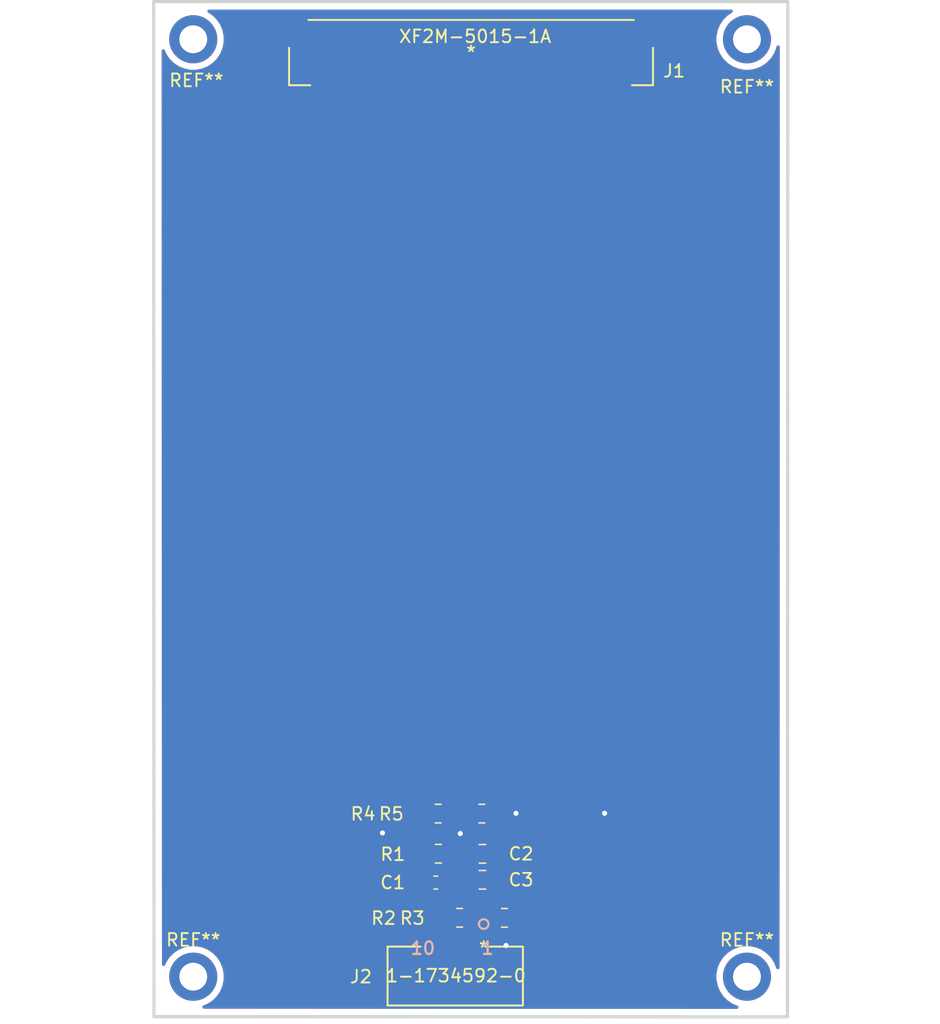
<source format=kicad_pcb>
(kicad_pcb (version 20171130) (host pcbnew 5.1.7-a382d34a8~87~ubuntu16.04.1)

  (general
    (thickness 1.6)
    (drawings 5)
    (tracks 169)
    (zones 0)
    (modules 14)
    (nets 46)
  )

  (page A4)
  (layers
    (0 F.Cu signal)
    (31 B.Cu signal)
    (32 B.Adhes user)
    (33 F.Adhes user)
    (34 B.Paste user)
    (35 F.Paste user)
    (36 B.SilkS user)
    (37 F.SilkS user)
    (38 B.Mask user)
    (39 F.Mask user)
    (40 Dwgs.User user)
    (41 Cmts.User user)
    (42 Eco1.User user)
    (43 Eco2.User user)
    (44 Edge.Cuts user)
    (45 Margin user)
    (46 B.CrtYd user)
    (47 F.CrtYd user)
    (48 B.Fab user)
    (49 F.Fab user)
  )

  (setup
    (last_trace_width 0.25)
    (trace_clearance 0.2)
    (zone_clearance 0.508)
    (zone_45_only no)
    (trace_min 0.2)
    (via_size 0.8)
    (via_drill 0.4)
    (via_min_size 0.4)
    (via_min_drill 0.3)
    (uvia_size 0.3)
    (uvia_drill 0.1)
    (uvias_allowed no)
    (uvia_min_size 0.2)
    (uvia_min_drill 0.1)
    (edge_width 0.05)
    (segment_width 0.2)
    (pcb_text_width 0.3)
    (pcb_text_size 1.5 1.5)
    (mod_edge_width 0.12)
    (mod_text_size 1 1)
    (mod_text_width 0.15)
    (pad_size 1.524 1.524)
    (pad_drill 0.762)
    (pad_to_mask_clearance 0)
    (aux_axis_origin 0 0)
    (visible_elements FFFFFF7F)
    (pcbplotparams
      (layerselection 0x010f0_ffffffff)
      (usegerberextensions false)
      (usegerberattributes true)
      (usegerberadvancedattributes true)
      (creategerberjobfile true)
      (excludeedgelayer false)
      (linewidth 0.150000)
      (plotframeref false)
      (viasonmask false)
      (mode 1)
      (useauxorigin false)
      (hpglpennumber 1)
      (hpglpenspeed 20)
      (hpglpendiameter 15.000000)
      (psnegative false)
      (psa4output false)
      (plotreference true)
      (plotvalue true)
      (plotinvisibletext false)
      (padsonsilk true)
      (subtractmaskfromsilk false)
      (outputformat 1)
      (mirror false)
      (drillshape 0)
      (scaleselection 1)
      (outputdirectory "gerbers/Rev.A0/"))
  )

  (net 0 "")
  (net 1 /LCD_DISP_DISP)
  (net 2 GND)
  (net 3 +5V)
  (net 4 /TWCK_LCD)
  (net 5 /TWD_LCD)
  (net 6 /EXTMODE)
  (net 7 /EXTCOMIN)
  (net 8 /LCD_EN)
  (net 9 /SPI0_SPCK_SCK)
  (net 10 /SPI0_MOSI_SI)
  (net 11 /PA17)
  (net 12 /LCD_DAT0)
  (net 13 /LCD_DAT1)
  (net 14 /LCD_DAT2)
  (net 15 /LCD_DAT3)
  (net 16 /LCD_DAT4)
  (net 17 /LCD_DAT5)
  (net 18 /LCD_DAT6)
  (net 19 /LCD_DAT7)
  (net 20 /LCD_DAT8)
  (net 21 /LCD_DAT9)
  (net 22 /LCD_DAT10)
  (net 23 /LCD_DAT11)
  (net 24 /LCD_DAT12)
  (net 25 /LCD_DAT13)
  (net 26 /LCD_DAT14)
  (net 27 /LCD_DAT15)
  (net 28 /LCD_DAT16)
  (net 29 /LCD_DAT17)
  (net 30 /LCD_DAT18)
  (net 31 /LCD_DAT19)
  (net 32 /LCD_DAT20)
  (net 33 /LCD_DAT21)
  (net 34 /LCD_DAT22)
  (net 35 /LCD_DAT23)
  (net 36 /LCD_PCK)
  (net 37 /LCD_VSYNC)
  (net 38 /LCD_HSYNC)
  (net 39 /SPI0_MISO)
  (net 40 /SPI0_NPCS0_SCS)
  (net 41 /IRQ1)
  (net 42 /IRQ2)
  (net 43 /LCD_PWM)
  (net 44 /NRST)
  (net 45 /5V)

  (net_class Default "This is the default net class."
    (clearance 0.2)
    (trace_width 0.25)
    (via_dia 0.8)
    (via_drill 0.4)
    (uvia_dia 0.3)
    (uvia_drill 0.1)
    (add_net +5V)
    (add_net /5V)
    (add_net /EXTCOMIN)
    (add_net /EXTMODE)
    (add_net /IRQ1)
    (add_net /IRQ2)
    (add_net /LCD_DAT0)
    (add_net /LCD_DAT1)
    (add_net /LCD_DAT10)
    (add_net /LCD_DAT11)
    (add_net /LCD_DAT12)
    (add_net /LCD_DAT13)
    (add_net /LCD_DAT14)
    (add_net /LCD_DAT15)
    (add_net /LCD_DAT16)
    (add_net /LCD_DAT17)
    (add_net /LCD_DAT18)
    (add_net /LCD_DAT19)
    (add_net /LCD_DAT2)
    (add_net /LCD_DAT20)
    (add_net /LCD_DAT21)
    (add_net /LCD_DAT22)
    (add_net /LCD_DAT23)
    (add_net /LCD_DAT3)
    (add_net /LCD_DAT4)
    (add_net /LCD_DAT5)
    (add_net /LCD_DAT6)
    (add_net /LCD_DAT7)
    (add_net /LCD_DAT8)
    (add_net /LCD_DAT9)
    (add_net /LCD_DISP_DISP)
    (add_net /LCD_EN)
    (add_net /LCD_HSYNC)
    (add_net /LCD_PCK)
    (add_net /LCD_PWM)
    (add_net /LCD_VSYNC)
    (add_net /NRST)
    (add_net /PA17)
    (add_net /SPI0_MISO)
    (add_net /SPI0_MOSI_SI)
    (add_net /SPI0_NPCS0_SCS)
    (add_net /SPI0_SPCK_SCK)
    (add_net /TWCK_LCD)
    (add_net /TWD_LCD)
    (add_net GND)
  )

  (module MountingHole:MountingHole_2.2mm_M2_ISO14580_Pad (layer F.Cu) (tedit 56D1B4CB) (tstamp 5FA7E98E)
    (at 209.25 99.5)
    (descr "Mounting Hole 2.2mm, M2, ISO14580")
    (tags "mounting hole 2.2mm m2 iso14580")
    (attr virtual)
    (fp_text reference REF** (at 0 -2.9) (layer F.SilkS)
      (effects (font (size 1 1) (thickness 0.15)))
    )
    (fp_text value MountingHole_2.2mm_M2_ISO14580_Pad (at 0 2.9) (layer F.Fab)
      (effects (font (size 1 1) (thickness 0.15)))
    )
    (fp_circle (center 0 0) (end 1.9 0) (layer Cmts.User) (width 0.15))
    (fp_circle (center 0 0) (end 2.15 0) (layer F.CrtYd) (width 0.05))
    (fp_text user %R (at 0.3 0) (layer F.Fab)
      (effects (font (size 1 1) (thickness 0.15)))
    )
    (pad 1 thru_hole circle (at 0 0) (size 3.8 3.8) (drill 2.2) (layers *.Cu *.Mask))
  )

  (module MountingHole:MountingHole_2.2mm_M2_ISO14580_Pad (layer F.Cu) (tedit 56D1B4CB) (tstamp 5FA7E96A)
    (at 165.5 99.5)
    (descr "Mounting Hole 2.2mm, M2, ISO14580")
    (tags "mounting hole 2.2mm m2 iso14580")
    (attr virtual)
    (fp_text reference REF** (at 0 -2.9) (layer F.SilkS)
      (effects (font (size 1 1) (thickness 0.15)))
    )
    (fp_text value MountingHole_2.2mm_M2_ISO14580_Pad (at 0 2.9) (layer F.Fab)
      (effects (font (size 1 1) (thickness 0.15)))
    )
    (fp_circle (center 0 0) (end 1.9 0) (layer Cmts.User) (width 0.15))
    (fp_circle (center 0 0) (end 2.15 0) (layer F.CrtYd) (width 0.05))
    (fp_text user %R (at 0.3 0) (layer F.Fab)
      (effects (font (size 1 1) (thickness 0.15)))
    )
    (pad 1 thru_hole circle (at 0 0) (size 3.8 3.8) (drill 2.2) (layers *.Cu *.Mask))
  )

  (module MountingHole:MountingHole_2.2mm_M2_ISO14580_Pad (layer F.Cu) (tedit 56D1B4CB) (tstamp 5FA7E946)
    (at 209.25 25.5)
    (descr "Mounting Hole 2.2mm, M2, ISO14580")
    (tags "mounting hole 2.2mm m2 iso14580")
    (attr virtual)
    (fp_text reference REF** (at 0 3.75) (layer F.SilkS)
      (effects (font (size 1 1) (thickness 0.15)))
    )
    (fp_text value MountingHole_2.2mm_M2_ISO14580_Pad (at 0 2.9) (layer F.Fab)
      (effects (font (size 1 1) (thickness 0.15)))
    )
    (fp_circle (center 0 0) (end 1.9 0) (layer Cmts.User) (width 0.15))
    (fp_circle (center 0 0) (end 2.15 0) (layer F.CrtYd) (width 0.05))
    (fp_text user %R (at 0.3 0) (layer F.Fab)
      (effects (font (size 1 1) (thickness 0.15)))
    )
    (pad 1 thru_hole circle (at 0 0) (size 3.8 3.8) (drill 2.2) (layers *.Cu *.Mask))
  )

  (module MountingHole:MountingHole_2.2mm_M2_ISO14580_Pad (layer F.Cu) (tedit 56D1B4CB) (tstamp 5FA7E922)
    (at 165.5 25.5)
    (descr "Mounting Hole 2.2mm, M2, ISO14580")
    (tags "mounting hole 2.2mm m2 iso14580")
    (attr virtual)
    (fp_text reference REF** (at 0.25 3.25) (layer F.SilkS)
      (effects (font (size 1 1) (thickness 0.15)))
    )
    (fp_text value MountingHole_2.2mm_M2_ISO14580_Pad (at 0 2.9) (layer F.Fab)
      (effects (font (size 1 1) (thickness 0.15)))
    )
    (fp_circle (center 0 0) (end 1.9 0) (layer Cmts.User) (width 0.15))
    (fp_circle (center 0 0) (end 2.15 0) (layer F.CrtYd) (width 0.05))
    (fp_text user %R (at 0.3 0) (layer F.Fab)
      (effects (font (size 1 1) (thickness 0.15)))
    )
    (pad 1 thru_hole circle (at 0 0) (size 3.8 3.8) (drill 2.2) (layers *.Cu *.Mask))
  )

  (module Capacitor_SMD:C_0805_2012Metric (layer F.Cu) (tedit 5F68FEEE) (tstamp 5FA55307)
    (at 188.35 89.8)
    (descr "Capacitor SMD 0805 (2012 Metric), square (rectangular) end terminal, IPC_7351 nominal, (Body size source: IPC-SM-782 page 76, https://www.pcb-3d.com/wordpress/wp-content/uploads/ipc-sm-782a_amendment_1_and_2.pdf, https://docs.google.com/spreadsheets/d/1BsfQQcO9C6DZCsRaXUlFlo91Tg2WpOkGARC1WS5S8t0/edit?usp=sharing), generated with kicad-footprint-generator")
    (tags capacitor)
    (path /5FB25EC1)
    (attr smd)
    (fp_text reference C2 (at 3.05 0) (layer F.SilkS)
      (effects (font (size 1 1) (thickness 0.15)))
    )
    (fp_text value 1uF (at 0 -1.9) (layer F.Fab)
      (effects (font (size 1 1) (thickness 0.15)))
    )
    (fp_line (start 1.7 0.98) (end -1.7 0.98) (layer F.CrtYd) (width 0.05))
    (fp_line (start 1.7 -0.98) (end 1.7 0.98) (layer F.CrtYd) (width 0.05))
    (fp_line (start -1.7 -0.98) (end 1.7 -0.98) (layer F.CrtYd) (width 0.05))
    (fp_line (start -1.7 0.98) (end -1.7 -0.98) (layer F.CrtYd) (width 0.05))
    (fp_line (start -0.261252 0.735) (end 0.261252 0.735) (layer F.SilkS) (width 0.12))
    (fp_line (start -0.261252 -0.735) (end 0.261252 -0.735) (layer F.SilkS) (width 0.12))
    (fp_line (start 1 0.625) (end -1 0.625) (layer F.Fab) (width 0.1))
    (fp_line (start 1 -0.625) (end 1 0.625) (layer F.Fab) (width 0.1))
    (fp_line (start -1 -0.625) (end 1 -0.625) (layer F.Fab) (width 0.1))
    (fp_line (start -1 0.625) (end -1 -0.625) (layer F.Fab) (width 0.1))
    (fp_text user %R (at 0 0) (layer F.Fab)
      (effects (font (size 0.5 0.5) (thickness 0.08)))
    )
    (pad 2 smd roundrect (at 0.95 0) (size 1 1.45) (layers F.Cu F.Paste F.Mask) (roundrect_rratio 0.25)
      (net 2 GND))
    (pad 1 smd roundrect (at -0.95 0) (size 1 1.45) (layers F.Cu F.Paste F.Mask) (roundrect_rratio 0.25)
      (net 3 +5V))
    (model ${KISYS3DMOD}/Capacitor_SMD.3dshapes/C_0805_2012Metric.wrl
      (at (xyz 0 0 0))
      (scale (xyz 1 1 1))
      (rotate (xyz 0 0 0))
    )
  )

  (module Resistor_SMD:R_0805_2012Metric (layer F.Cu) (tedit 5F68FEEE) (tstamp 5FA78396)
    (at 186.55 94.85 180)
    (descr "Resistor SMD 0805 (2012 Metric), square (rectangular) end terminal, IPC_7351 nominal, (Body size source: IPC-SM-782 page 72, https://www.pcb-3d.com/wordpress/wp-content/uploads/ipc-sm-782a_amendment_1_and_2.pdf), generated with kicad-footprint-generator")
    (tags resistor)
    (path /5FAB0F10)
    (attr smd)
    (fp_text reference R2 (at 6.01 -0.03) (layer F.SilkS)
      (effects (font (size 1 1) (thickness 0.15)))
    )
    (fp_text value 5k6 (at 0 1.65) (layer F.Fab)
      (effects (font (size 1 1) (thickness 0.15)))
    )
    (fp_line (start 1.68 0.95) (end -1.68 0.95) (layer F.CrtYd) (width 0.05))
    (fp_line (start 1.68 -0.95) (end 1.68 0.95) (layer F.CrtYd) (width 0.05))
    (fp_line (start -1.68 -0.95) (end 1.68 -0.95) (layer F.CrtYd) (width 0.05))
    (fp_line (start -1.68 0.95) (end -1.68 -0.95) (layer F.CrtYd) (width 0.05))
    (fp_line (start -0.227064 0.735) (end 0.227064 0.735) (layer F.SilkS) (width 0.12))
    (fp_line (start -0.227064 -0.735) (end 0.227064 -0.735) (layer F.SilkS) (width 0.12))
    (fp_line (start 1 0.625) (end -1 0.625) (layer F.Fab) (width 0.1))
    (fp_line (start 1 -0.625) (end 1 0.625) (layer F.Fab) (width 0.1))
    (fp_line (start -1 -0.625) (end 1 -0.625) (layer F.Fab) (width 0.1))
    (fp_line (start -1 0.625) (end -1 -0.625) (layer F.Fab) (width 0.1))
    (fp_text user %R (at 0 0) (layer F.Fab)
      (effects (font (size 0.5 0.5) (thickness 0.08)))
    )
    (pad 2 smd roundrect (at 0.9125 0 180) (size 1.025 1.4) (layers F.Cu F.Paste F.Mask) (roundrect_rratio 0.2439014634146341)
      (net 3 +5V))
    (pad 1 smd roundrect (at -0.9125 0 180) (size 1.025 1.4) (layers F.Cu F.Paste F.Mask) (roundrect_rratio 0.2439014634146341)
      (net 6 /EXTMODE))
    (model ${KISYS3DMOD}/Resistor_SMD.3dshapes/R_0805_2012Metric.wrl
      (at (xyz 0 0 0))
      (scale (xyz 1 1 1))
      (rotate (xyz 0 0 0))
    )
  )

  (module Capacitor_SMD:C_0603_1608Metric (layer F.Cu) (tedit 5F68FEEE) (tstamp 5FA565EA)
    (at 184.66 92.07 180)
    (descr "Capacitor SMD 0603 (1608 Metric), square (rectangular) end terminal, IPC_7351 nominal, (Body size source: IPC-SM-782 page 76, https://www.pcb-3d.com/wordpress/wp-content/uploads/ipc-sm-782a_amendment_1_and_2.pdf), generated with kicad-footprint-generator")
    (tags capacitor)
    (path /5FB03613)
    (attr smd)
    (fp_text reference C1 (at 3.4 0 180) (layer F.SilkS)
      (effects (font (size 1 1) (thickness 0.15)))
    )
    (fp_text value 560pF (at 2.23 -2.52) (layer F.Fab)
      (effects (font (size 1 1) (thickness 0.15)))
    )
    (fp_line (start -0.8 0.4) (end -0.8 -0.4) (layer F.Fab) (width 0.1))
    (fp_line (start -0.8 -0.4) (end 0.8 -0.4) (layer F.Fab) (width 0.1))
    (fp_line (start 0.8 -0.4) (end 0.8 0.4) (layer F.Fab) (width 0.1))
    (fp_line (start 0.8 0.4) (end -0.8 0.4) (layer F.Fab) (width 0.1))
    (fp_line (start -0.14058 -0.51) (end 0.14058 -0.51) (layer F.SilkS) (width 0.12))
    (fp_line (start -0.14058 0.51) (end 0.14058 0.51) (layer F.SilkS) (width 0.12))
    (fp_line (start -1.48 0.73) (end -1.48 -0.73) (layer F.CrtYd) (width 0.05))
    (fp_line (start -1.48 -0.73) (end 1.48 -0.73) (layer F.CrtYd) (width 0.05))
    (fp_line (start 1.48 -0.73) (end 1.48 0.73) (layer F.CrtYd) (width 0.05))
    (fp_line (start 1.48 0.73) (end -1.48 0.73) (layer F.CrtYd) (width 0.05))
    (fp_text user %R (at 0 0) (layer F.Fab)
      (effects (font (size 0.4 0.4) (thickness 0.06)))
    )
    (pad 1 smd roundrect (at -0.775 0 180) (size 0.9 0.95) (layers F.Cu F.Paste F.Mask) (roundrect_rratio 0.25)
      (net 1 /LCD_DISP_DISP))
    (pad 2 smd roundrect (at 0.775 0 180) (size 0.9 0.95) (layers F.Cu F.Paste F.Mask) (roundrect_rratio 0.25)
      (net 2 GND))
    (model ${KISYS3DMOD}/Capacitor_SMD.3dshapes/C_0603_1608Metric.wrl
      (at (xyz 0 0 0))
      (scale (xyz 1 1 1))
      (rotate (xyz 0 0 0))
    )
  )

  (module Capacitor_SMD:C_0805_2012Metric (layer F.Cu) (tedit 5F68FEEE) (tstamp 5FA55280)
    (at 188.35 91.85)
    (descr "Capacitor SMD 0805 (2012 Metric), square (rectangular) end terminal, IPC_7351 nominal, (Body size source: IPC-SM-782 page 76, https://www.pcb-3d.com/wordpress/wp-content/uploads/ipc-sm-782a_amendment_1_and_2.pdf, https://docs.google.com/spreadsheets/d/1BsfQQcO9C6DZCsRaXUlFlo91Tg2WpOkGARC1WS5S8t0/edit?usp=sharing), generated with kicad-footprint-generator")
    (tags capacitor)
    (path /5FB24AF7)
    (attr smd)
    (fp_text reference C3 (at 3.05 0) (layer F.SilkS)
      (effects (font (size 1 1) (thickness 0.15)))
    )
    (fp_text value 1uF (at 0.04 1.53) (layer F.Fab)
      (effects (font (size 1 1) (thickness 0.15)))
    )
    (fp_line (start -1 0.625) (end -1 -0.625) (layer F.Fab) (width 0.1))
    (fp_line (start -1 -0.625) (end 1 -0.625) (layer F.Fab) (width 0.1))
    (fp_line (start 1 -0.625) (end 1 0.625) (layer F.Fab) (width 0.1))
    (fp_line (start 1 0.625) (end -1 0.625) (layer F.Fab) (width 0.1))
    (fp_line (start -0.261252 -0.735) (end 0.261252 -0.735) (layer F.SilkS) (width 0.12))
    (fp_line (start -0.261252 0.735) (end 0.261252 0.735) (layer F.SilkS) (width 0.12))
    (fp_line (start -1.7 0.98) (end -1.7 -0.98) (layer F.CrtYd) (width 0.05))
    (fp_line (start -1.7 -0.98) (end 1.7 -0.98) (layer F.CrtYd) (width 0.05))
    (fp_line (start 1.7 -0.98) (end 1.7 0.98) (layer F.CrtYd) (width 0.05))
    (fp_line (start 1.7 0.98) (end -1.7 0.98) (layer F.CrtYd) (width 0.05))
    (fp_text user %R (at 0 0) (layer F.Fab)
      (effects (font (size 0.5 0.5) (thickness 0.08)))
    )
    (pad 1 smd roundrect (at -0.95 0) (size 1 1.45) (layers F.Cu F.Paste F.Mask) (roundrect_rratio 0.25)
      (net 3 +5V))
    (pad 2 smd roundrect (at 0.95 0) (size 1 1.45) (layers F.Cu F.Paste F.Mask) (roundrect_rratio 0.25)
      (net 2 GND))
    (model ${KISYS3DMOD}/Capacitor_SMD.3dshapes/C_0805_2012Metric.wrl
      (at (xyz 0 0 0))
      (scale (xyz 1 1 1))
      (rotate (xyz 0 0 0))
    )
  )

  (module footprints:XF2M-5015-1A (layer F.Cu) (tedit 0) (tstamp 5FA554D0)
    (at 187.45 26.55)
    (path /5FA41821)
    (fp_text reference J1 (at 16.05 1.45) (layer F.SilkS)
      (effects (font (size 1 1) (thickness 0.15)))
    )
    (fp_text value XF2M-5015-1A (at 0.325 -1.275) (layer F.SilkS)
      (effects (font (size 1 1) (thickness 0.15)))
    )
    (fp_line (start -14.9225 -2.7051) (end -14.9225 3.1115) (layer F.CrtYd) (width 0.1524))
    (fp_line (start 14.9225 -2.7051) (end -14.9225 -2.7051) (layer F.CrtYd) (width 0.1524))
    (fp_line (start 14.9225 3.1115) (end 14.9225 -2.7051) (layer F.CrtYd) (width 0.1524))
    (fp_line (start -14.9225 3.1115) (end 14.9225 3.1115) (layer F.CrtYd) (width 0.1524))
    (fp_line (start 12.709741 2.5781) (end 14.3764 2.5781) (layer F.SilkS) (width 0.1524))
    (fp_line (start -14.2494 -2.4511) (end -14.2494 2.4511) (layer F.Fab) (width 0.1524))
    (fp_line (start 14.2494 -2.4511) (end -14.2494 -2.4511) (layer F.Fab) (width 0.1524))
    (fp_line (start 14.2494 2.4511) (end 14.2494 -2.4511) (layer F.Fab) (width 0.1524))
    (fp_line (start -14.2494 2.4511) (end 14.2494 2.4511) (layer F.Fab) (width 0.1524))
    (fp_line (start -14.3764 -0.37846) (end -14.3764 2.5781) (layer F.SilkS) (width 0.1524))
    (fp_line (start 12.855609 -2.5781) (end -12.855609 -2.5781) (layer F.SilkS) (width 0.1524))
    (fp_line (start 14.3764 2.5781) (end 14.3764 -0.37846) (layer F.SilkS) (width 0.1524))
    (fp_line (start -14.3764 2.5781) (end -12.709738 2.5781) (layer F.SilkS) (width 0.1524))
    (fp_line (start 11.615001 2.4511) (end 12.250001 3.7211) (layer F.Fab) (width 0.1524))
    (fp_line (start 12.885001 2.4511) (end 12.250001 3.7211) (layer F.Fab) (width 0.1524))
    (fp_text user * (at 0 0) (layer F.Fab)
      (effects (font (size 1 1) (thickness 0.15)))
    )
    (fp_text user * (at 0 0) (layer F.SilkS)
      (effects (font (size 1 1) (thickness 0.15)))
    )
    (fp_text user "Copyright 2016 Accelerated Designs. All rights reserved." (at 0 0) (layer Cmts.User)
      (effects (font (size 0.127 0.127) (thickness 0.002)))
    )
    (pad 52 smd rect (at 13.9065 -1.5621) (size 1.524 1.7018) (layers F.Cu F.Paste F.Mask)
      (net 2 GND))
    (pad 51 smd rect (at -13.9065 -1.5621) (size 1.524 1.7018) (layers F.Cu F.Paste F.Mask)
      (net 2 GND))
    (pad 50 smd rect (at -12.249998 2.4511) (size 0.254 0.8128) (layers F.Cu F.Paste F.Mask)
      (net 2 GND))
    (pad 49 smd rect (at -11.749999 2.4511) (size 0.254 0.8128) (layers F.Cu F.Paste F.Mask)
      (net 45 /5V))
    (pad 48 smd rect (at -11.249998 2.4511) (size 0.254 0.8128) (layers F.Cu F.Paste F.Mask)
      (net 45 /5V))
    (pad 47 smd rect (at -10.749999 2.4511) (size 0.254 0.8128) (layers F.Cu F.Paste F.Mask)
      (net 44 /NRST))
    (pad 46 smd rect (at -10.25 2.4511) (size 0.254 0.8128) (layers F.Cu F.Paste F.Mask)
      (net 43 /LCD_PWM))
    (pad 45 smd rect (at -9.749998 2.4511) (size 0.254 0.8128) (layers F.Cu F.Paste F.Mask)
      (net 42 /IRQ2))
    (pad 44 smd rect (at -9.249999 2.4511) (size 0.254 0.8128) (layers F.Cu F.Paste F.Mask)
      (net 41 /IRQ1))
    (pad 43 smd rect (at -8.75 2.4511) (size 0.254 0.8128) (layers F.Cu F.Paste F.Mask)
      (net 4 /TWCK_LCD))
    (pad 42 smd rect (at -8.249999 2.4511) (size 0.254 0.8128) (layers F.Cu F.Paste F.Mask)
      (net 5 /TWD_LCD))
    (pad 41 smd rect (at -7.75 2.4511) (size 0.254 0.8128) (layers F.Cu F.Paste F.Mask)
      (net 1 /LCD_DISP_DISP))
    (pad 40 smd rect (at -7.249998 2.4511) (size 0.254 0.8128) (layers F.Cu F.Paste F.Mask)
      (net 40 /SPI0_NPCS0_SCS))
    (pad 39 smd rect (at -6.749999 2.4511) (size 0.254 0.8128) (layers F.Cu F.Paste F.Mask)
      (net 39 /SPI0_MISO))
    (pad 38 smd rect (at -6.25 2.4511) (size 0.254 0.8128) (layers F.Cu F.Paste F.Mask)
      (net 10 /SPI0_MOSI_SI))
    (pad 37 smd rect (at -5.749999 2.4511) (size 0.254 0.8128) (layers F.Cu F.Paste F.Mask)
      (net 9 /SPI0_SPCK_SCK))
    (pad 36 smd rect (at -5.25 2.4511) (size 0.254 0.8128) (layers F.Cu F.Paste F.Mask)
      (net 8 /LCD_EN))
    (pad 35 smd rect (at -4.749998 2.4511) (size 0.254 0.8128) (layers F.Cu F.Paste F.Mask)
      (net 38 /LCD_HSYNC))
    (pad 34 smd rect (at -4.249999 2.4511) (size 0.254 0.8128) (layers F.Cu F.Paste F.Mask)
      (net 37 /LCD_VSYNC))
    (pad 33 smd rect (at -3.75 2.4511) (size 0.254 0.8128) (layers F.Cu F.Paste F.Mask)
      (net 36 /LCD_PCK))
    (pad 32 smd rect (at -3.249999 2.4511) (size 0.254 0.8128) (layers F.Cu F.Paste F.Mask)
      (net 2 GND))
    (pad 31 smd rect (at -2.75 2.4511) (size 0.254 0.8128) (layers F.Cu F.Paste F.Mask)
      (net 35 /LCD_DAT23))
    (pad 30 smd rect (at -2.249998 2.4511) (size 0.254 0.8128) (layers F.Cu F.Paste F.Mask)
      (net 34 /LCD_DAT22))
    (pad 29 smd rect (at -1.749999 2.4511) (size 0.254 0.8128) (layers F.Cu F.Paste F.Mask)
      (net 33 /LCD_DAT21))
    (pad 28 smd rect (at -1.25 2.4511) (size 0.254 0.8128) (layers F.Cu F.Paste F.Mask)
      (net 32 /LCD_DAT20))
    (pad 27 smd rect (at -0.749998 2.4511) (size 0.254 0.8128) (layers F.Cu F.Paste F.Mask)
      (net 2 GND))
    (pad 26 smd rect (at -0.25 2.4511) (size 0.254 0.8128) (layers F.Cu F.Paste F.Mask)
      (net 31 /LCD_DAT19))
    (pad 25 smd rect (at 0.250002 2.4511) (size 0.254 0.8128) (layers F.Cu F.Paste F.Mask)
      (net 30 /LCD_DAT18))
    (pad 24 smd rect (at 0.750001 2.4511) (size 0.254 0.8128) (layers F.Cu F.Paste F.Mask)
      (net 29 /LCD_DAT17))
    (pad 23 smd rect (at 1.25 2.4511) (size 0.254 0.8128) (layers F.Cu F.Paste F.Mask)
      (net 28 /LCD_DAT16))
    (pad 22 smd rect (at 1.750002 2.4511) (size 0.254 0.8128) (layers F.Cu F.Paste F.Mask)
      (net 2 GND))
    (pad 21 smd rect (at 2.250001 2.4511) (size 0.254 0.8128) (layers F.Cu F.Paste F.Mask)
      (net 27 /LCD_DAT15))
    (pad 20 smd rect (at 2.750002 2.4511) (size 0.254 0.8128) (layers F.Cu F.Paste F.Mask)
      (net 26 /LCD_DAT14))
    (pad 19 smd rect (at 3.250001 2.4511) (size 0.254 0.8128) (layers F.Cu F.Paste F.Mask)
      (net 25 /LCD_DAT13))
    (pad 18 smd rect (at 3.75 2.4511) (size 0.254 0.8128) (layers F.Cu F.Paste F.Mask)
      (net 24 /LCD_DAT12))
    (pad 17 smd rect (at 4.250002 2.4511) (size 0.254 0.8128) (layers F.Cu F.Paste F.Mask)
      (net 2 GND))
    (pad 16 smd rect (at 4.750001 2.4511) (size 0.254 0.8128) (layers F.Cu F.Paste F.Mask)
      (net 23 /LCD_DAT11))
    (pad 15 smd rect (at 5.250002 2.4511) (size 0.254 0.8128) (layers F.Cu F.Paste F.Mask)
      (net 22 /LCD_DAT10))
    (pad 14 smd rect (at 5.750001 2.4511) (size 0.254 0.8128) (layers F.Cu F.Paste F.Mask)
      (net 21 /LCD_DAT9))
    (pad 13 smd rect (at 6.25 2.4511) (size 0.254 0.8128) (layers F.Cu F.Paste F.Mask)
      (net 20 /LCD_DAT8))
    (pad 12 smd rect (at 6.750002 2.4511) (size 0.254 0.8128) (layers F.Cu F.Paste F.Mask)
      (net 2 GND))
    (pad 11 smd rect (at 7.250001 2.4511) (size 0.254 0.8128) (layers F.Cu F.Paste F.Mask)
      (net 19 /LCD_DAT7))
    (pad 10 smd rect (at 7.750002 2.4511) (size 0.254 0.8128) (layers F.Cu F.Paste F.Mask)
      (net 18 /LCD_DAT6))
    (pad 9 smd rect (at 8.250001 2.4511) (size 0.254 0.8128) (layers F.Cu F.Paste F.Mask)
      (net 17 /LCD_DAT5))
    (pad 8 smd rect (at 8.75 2.4511) (size 0.254 0.8128) (layers F.Cu F.Paste F.Mask)
      (net 16 /LCD_DAT4))
    (pad 7 smd rect (at 9.250002 2.4511) (size 0.254 0.8128) (layers F.Cu F.Paste F.Mask)
      (net 2 GND))
    (pad 6 smd rect (at 9.750001 2.4511) (size 0.254 0.8128) (layers F.Cu F.Paste F.Mask)
      (net 15 /LCD_DAT3))
    (pad 5 smd rect (at 10.250002 2.4511) (size 0.254 0.8128) (layers F.Cu F.Paste F.Mask)
      (net 14 /LCD_DAT2))
    (pad 4 smd rect (at 10.750001 2.4511) (size 0.254 0.8128) (layers F.Cu F.Paste F.Mask)
      (net 13 /LCD_DAT1))
    (pad 3 smd rect (at 11.25 2.4511) (size 0.254 0.8128) (layers F.Cu F.Paste F.Mask)
      (net 12 /LCD_DAT0))
    (pad 2 smd rect (at 11.750002 2.4511) (size 0.254 0.8128) (layers F.Cu F.Paste F.Mask)
      (net 2 GND))
    (pad 1 smd rect (at 12.250001 2.4511) (size 0.254 0.8128) (layers F.Cu F.Paste F.Mask)
      (net 11 /PA17))
    (model ${KIPRJMOD}/3d_models/XF2M-5015-1A.step
      (offset (xyz 0 2.5 0))
      (scale (xyz 1 1 1))
      (rotate (xyz -90 0 -180))
    )
  )

  (module footprints:1-1734592-0 (layer F.Cu) (tedit 0) (tstamp 5FA554FD)
    (at 188.45 97.25 180)
    (path /5FA444DA)
    (fp_text reference J2 (at 9.7 -2.25) (layer F.SilkS)
      (effects (font (size 1 1) (thickness 0.15)))
    )
    (fp_text value 1-1734592-0 (at 2.2 -2.175) (layer F.SilkS)
      (effects (font (size 1 1) (thickness 0.15)))
    )
    (fp_circle (center 0 1.905) (end 0.381 1.905) (layer F.Fab) (width 0.1524))
    (fp_circle (center 0 1.905) (end 0.381 1.905) (layer B.SilkS) (width 0.1524))
    (fp_circle (center 0 1.905) (end 0.381 1.905) (layer F.SilkS) (width 0.1524))
    (fp_line (start 7.7237 -4.6482) (end -3.2237 -4.6482) (layer F.CrtYd) (width 0.1524))
    (fp_line (start 7.7237 0.8001) (end 7.7237 -4.6482) (layer F.CrtYd) (width 0.1524))
    (fp_line (start -3.2237 0.8001) (end 7.7237 0.8001) (layer F.CrtYd) (width 0.1524))
    (fp_line (start -3.2237 -4.6482) (end -3.2237 0.8001) (layer F.CrtYd) (width 0.1524))
    (fp_line (start 4.985141 0.127) (end 7.5967 0.127) (layer F.SilkS) (width 0.1524))
    (fp_line (start -2.9697 -4.3942) (end -2.9697 0) (layer F.Fab) (width 0.1524))
    (fp_line (start 7.4697 -4.3942) (end -2.9697 -4.3942) (layer F.Fab) (width 0.1524))
    (fp_line (start 7.4697 0) (end 7.4697 -4.3942) (layer F.Fab) (width 0.1524))
    (fp_line (start -2.9697 0) (end 7.4697 0) (layer F.Fab) (width 0.1524))
    (fp_line (start -3.0967 -4.5212) (end -3.0967 0.127) (layer F.SilkS) (width 0.1524))
    (fp_line (start 7.5967 -4.5212) (end -3.0967 -4.5212) (layer F.SilkS) (width 0.1524))
    (fp_line (start 7.5967 0.127) (end 7.5967 -4.5212) (layer F.SilkS) (width 0.1524))
    (fp_line (start -3.0967 0.127) (end -0.485141 0.127) (layer F.SilkS) (width 0.1524))
    (fp_text user 10 (at 4.8048 0) (layer B.SilkS)
      (effects (font (size 1 1) (thickness 0.15)))
    )
    (fp_text user 10 (at 4.8048 0) (layer B.SilkS)
      (effects (font (size 1 1) (thickness 0.15)))
    )
    (fp_text user 1 (at -0.3048 0) (layer B.SilkS)
      (effects (font (size 1 1) (thickness 0.15)))
    )
    (fp_text user 1 (at -0.3048 0) (layer B.SilkS)
      (effects (font (size 1 1) (thickness 0.15)))
    )
    (fp_text user 10 (at 4.8048 0) (layer F.Fab)
      (effects (font (size 1 1) (thickness 0.15)))
    )
    (fp_text user 10 (at 4.8048 0) (layer F.Fab)
      (effects (font (size 1 1) (thickness 0.15)))
    )
    (fp_text user 1 (at -0.3048 0) (layer F.Fab)
      (effects (font (size 1 1) (thickness 0.15)))
    )
    (fp_text user 1 (at -0.3048 0) (layer F.Fab)
      (effects (font (size 1 1) (thickness 0.15)))
    )
    (fp_text user 10 (at 4.8048 0) (layer F.SilkS)
      (effects (font (size 1 1) (thickness 0.15)))
    )
    (fp_text user 10 (at 4.8048 0) (layer F.SilkS)
      (effects (font (size 1 1) (thickness 0.15)))
    )
    (fp_text user 1 (at -0.3048 0) (layer F.SilkS)
      (effects (font (size 1 1) (thickness 0.15)))
    )
    (fp_text user 1 (at -0.3048 0) (layer F.SilkS)
      (effects (font (size 1 1) (thickness 0.15)))
    )
    (fp_text user * (at 0 0) (layer F.Fab)
      (effects (font (size 1 1) (thickness 0.15)))
    )
    (fp_text user * (at 0 0) (layer F.SilkS)
      (effects (font (size 1 1) (thickness 0.15)))
    )
    (fp_text user "Copyright 2016 Accelerated Designs. All rights reserved." (at 0 0) (layer Cmts.User)
      (effects (font (size 0.127 0.127) (thickness 0.002)))
    )
    (pad 10 smd rect (at 4.500001 0 180) (size 0.3048 1.0922) (layers F.Cu F.Paste F.Mask)
      (net 9 /SPI0_SPCK_SCK))
    (pad 9 smd rect (at 3.999999 0 180) (size 0.3048 1.0922) (layers F.Cu F.Paste F.Mask)
      (net 10 /SPI0_MOSI_SI))
    (pad 8 smd rect (at 3.5 0 180) (size 0.3048 1.0922) (layers F.Cu F.Paste F.Mask)
      (net 40 /SPI0_NPCS0_SCS))
    (pad 7 smd rect (at 3.000001 0 180) (size 0.3048 1.0922) (layers F.Cu F.Paste F.Mask)
      (net 7 /EXTCOMIN))
    (pad 6 smd rect (at 2.5 0 180) (size 0.3048 1.0922) (layers F.Cu F.Paste F.Mask)
      (net 1 /LCD_DISP_DISP))
    (pad 5 smd rect (at 2.000001 0 180) (size 0.3048 1.0922) (layers F.Cu F.Paste F.Mask)
      (net 3 +5V))
    (pad 4 smd rect (at 1.499999 0 180) (size 0.3048 1.0922) (layers F.Cu F.Paste F.Mask)
      (net 3 +5V))
    (pad 3 smd rect (at 1 0 180) (size 0.3048 1.0922) (layers F.Cu F.Paste F.Mask)
      (net 6 /EXTMODE))
    (pad 2 smd rect (at 0.500001 0 180) (size 0.3048 1.0922) (layers F.Cu F.Paste F.Mask)
      (net 2 GND))
    (pad 1 smd rect (at -0.000001 0 180) (size 0.3048 1.0922) (layers F.Cu F.Paste F.Mask)
      (net 2 GND))
    (model :TKVISION_3DMOD:1-1734592-0.stp
      (offset (xyz 2.26 4.9 1))
      (scale (xyz 1 1 1))
      (rotate (xyz -90 0 180))
    )
  )

  (module Resistor_SMD:R_0805_2012Metric (layer F.Cu) (tedit 5F68FEEE) (tstamp 5FA78E34)
    (at 190.0875 94.85)
    (descr "Resistor SMD 0805 (2012 Metric), square (rectangular) end terminal, IPC_7351 nominal, (Body size source: IPC-SM-782 page 72, https://www.pcb-3d.com/wordpress/wp-content/uploads/ipc-sm-782a_amendment_1_and_2.pdf), generated with kicad-footprint-generator")
    (tags resistor)
    (path /5FAB2BF0)
    (attr smd)
    (fp_text reference R3 (at -7.2775 0.03) (layer F.SilkS)
      (effects (font (size 1 1) (thickness 0.15)))
    )
    (fp_text value 0 (at -0.01 1.94) (layer F.Fab)
      (effects (font (size 1 1) (thickness 0.15)))
    )
    (fp_line (start -1 0.625) (end -1 -0.625) (layer F.Fab) (width 0.1))
    (fp_line (start -1 -0.625) (end 1 -0.625) (layer F.Fab) (width 0.1))
    (fp_line (start 1 -0.625) (end 1 0.625) (layer F.Fab) (width 0.1))
    (fp_line (start 1 0.625) (end -1 0.625) (layer F.Fab) (width 0.1))
    (fp_line (start -0.227064 -0.735) (end 0.227064 -0.735) (layer F.SilkS) (width 0.12))
    (fp_line (start -0.227064 0.735) (end 0.227064 0.735) (layer F.SilkS) (width 0.12))
    (fp_line (start -1.68 0.95) (end -1.68 -0.95) (layer F.CrtYd) (width 0.05))
    (fp_line (start -1.68 -0.95) (end 1.68 -0.95) (layer F.CrtYd) (width 0.05))
    (fp_line (start 1.68 -0.95) (end 1.68 0.95) (layer F.CrtYd) (width 0.05))
    (fp_line (start 1.68 0.95) (end -1.68 0.95) (layer F.CrtYd) (width 0.05))
    (fp_text user %R (at 0 0) (layer F.Fab)
      (effects (font (size 0.5 0.5) (thickness 0.08)))
    )
    (pad 2 smd roundrect (at 0.9125 0) (size 1.025 1.4) (layers F.Cu F.Paste F.Mask) (roundrect_rratio 0.2439014634146341)
      (net 2 GND))
    (pad 1 smd roundrect (at -0.9125 0) (size 1.025 1.4) (layers F.Cu F.Paste F.Mask) (roundrect_rratio 0.2439014634146341)
      (net 6 /EXTMODE))
    (model ${KISYS3DMOD}/Resistor_SMD.3dshapes/R_0805_2012Metric.wrl
      (at (xyz 0 0 0))
      (scale (xyz 1 1 1))
      (rotate (xyz 0 0 0))
    )
  )

  (module Resistor_SMD:R_0805_2012Metric (layer F.Cu) (tedit 5F68FEEE) (tstamp 5FA6F53F)
    (at 184.85 86.625 180)
    (descr "Resistor SMD 0805 (2012 Metric), square (rectangular) end terminal, IPC_7351 nominal, (Body size source: IPC-SM-782 page 72, https://www.pcb-3d.com/wordpress/wp-content/uploads/ipc-sm-782a_amendment_1_and_2.pdf), generated with kicad-footprint-generator")
    (tags resistor)
    (path /5FAB362A)
    (attr smd)
    (fp_text reference R4 (at 5.93 -0.025) (layer F.SilkS)
      (effects (font (size 1 1) (thickness 0.15)))
    )
    (fp_text value 0 (at 0.94 -1.615) (layer F.Fab)
      (effects (font (size 1 1) (thickness 0.15)))
    )
    (fp_line (start -1 0.625) (end -1 -0.625) (layer F.Fab) (width 0.1))
    (fp_line (start -1 -0.625) (end 1 -0.625) (layer F.Fab) (width 0.1))
    (fp_line (start 1 -0.625) (end 1 0.625) (layer F.Fab) (width 0.1))
    (fp_line (start 1 0.625) (end -1 0.625) (layer F.Fab) (width 0.1))
    (fp_line (start -0.227064 -0.735) (end 0.227064 -0.735) (layer F.SilkS) (width 0.12))
    (fp_line (start -0.227064 0.735) (end 0.227064 0.735) (layer F.SilkS) (width 0.12))
    (fp_line (start -1.68 0.95) (end -1.68 -0.95) (layer F.CrtYd) (width 0.05))
    (fp_line (start -1.68 -0.95) (end 1.68 -0.95) (layer F.CrtYd) (width 0.05))
    (fp_line (start 1.68 -0.95) (end 1.68 0.95) (layer F.CrtYd) (width 0.05))
    (fp_line (start 1.68 0.95) (end -1.68 0.95) (layer F.CrtYd) (width 0.05))
    (fp_text user %R (at 0 0) (layer F.Fab)
      (effects (font (size 0.5 0.5) (thickness 0.08)))
    )
    (pad 2 smd roundrect (at 0.9125 0 180) (size 1.025 1.4) (layers F.Cu F.Paste F.Mask) (roundrect_rratio 0.2439014634146341)
      (net 43 /LCD_PWM))
    (pad 1 smd roundrect (at -0.9125 0 180) (size 1.025 1.4) (layers F.Cu F.Paste F.Mask) (roundrect_rratio 0.2439014634146341)
      (net 7 /EXTCOMIN))
    (model ${KISYS3DMOD}/Resistor_SMD.3dshapes/R_0805_2012Metric.wrl
      (at (xyz 0 0 0))
      (scale (xyz 1 1 1))
      (rotate (xyz 0 0 0))
    )
  )

  (module Resistor_SMD:R_0805_2012Metric (layer F.Cu) (tedit 5F68FEEE) (tstamp 5FA6F4DF)
    (at 188.3 86.625)
    (descr "Resistor SMD 0805 (2012 Metric), square (rectangular) end terminal, IPC_7351 nominal, (Body size source: IPC-SM-782 page 72, https://www.pcb-3d.com/wordpress/wp-content/uploads/ipc-sm-782a_amendment_1_and_2.pdf), generated with kicad-footprint-generator")
    (tags resistor)
    (path /5FAB434C)
    (attr smd)
    (fp_text reference R5 (at -7.15 0.025) (layer F.SilkS)
      (effects (font (size 1 1) (thickness 0.15)))
    )
    (fp_text value 0 (at -0.89 1.595) (layer F.Fab)
      (effects (font (size 1 1) (thickness 0.15)))
    )
    (fp_line (start 1.68 0.95) (end -1.68 0.95) (layer F.CrtYd) (width 0.05))
    (fp_line (start 1.68 -0.95) (end 1.68 0.95) (layer F.CrtYd) (width 0.05))
    (fp_line (start -1.68 -0.95) (end 1.68 -0.95) (layer F.CrtYd) (width 0.05))
    (fp_line (start -1.68 0.95) (end -1.68 -0.95) (layer F.CrtYd) (width 0.05))
    (fp_line (start -0.227064 0.735) (end 0.227064 0.735) (layer F.SilkS) (width 0.12))
    (fp_line (start -0.227064 -0.735) (end 0.227064 -0.735) (layer F.SilkS) (width 0.12))
    (fp_line (start 1 0.625) (end -1 0.625) (layer F.Fab) (width 0.1))
    (fp_line (start 1 -0.625) (end 1 0.625) (layer F.Fab) (width 0.1))
    (fp_line (start -1 -0.625) (end 1 -0.625) (layer F.Fab) (width 0.1))
    (fp_line (start -1 0.625) (end -1 -0.625) (layer F.Fab) (width 0.1))
    (fp_text user %R (at 0 0) (layer F.Fab)
      (effects (font (size 0.5 0.5) (thickness 0.08)))
    )
    (pad 1 smd roundrect (at -0.9125 0) (size 1.025 1.4) (layers F.Cu F.Paste F.Mask) (roundrect_rratio 0.2439014634146341)
      (net 7 /EXTCOMIN))
    (pad 2 smd roundrect (at 0.9125 0) (size 1.025 1.4) (layers F.Cu F.Paste F.Mask) (roundrect_rratio 0.2439014634146341)
      (net 2 GND))
    (model ${KISYS3DMOD}/Resistor_SMD.3dshapes/R_0805_2012Metric.wrl
      (at (xyz 0 0 0))
      (scale (xyz 1 1 1))
      (rotate (xyz 0 0 0))
    )
  )

  (module Resistor_SMD:R_0805_2012Metric (layer F.Cu) (tedit 5F68FEEE) (tstamp 5FA79202)
    (at 184.87 89.79 180)
    (descr "Resistor SMD 0805 (2012 Metric), square (rectangular) end terminal, IPC_7351 nominal, (Body size source: IPC-SM-782 page 72, https://www.pcb-3d.com/wordpress/wp-content/uploads/ipc-sm-782a_amendment_1_and_2.pdf), generated with kicad-footprint-generator")
    (tags resistor)
    (path /5FABCBF9)
    (attr smd)
    (fp_text reference R1 (at 3.6 -0.05) (layer F.SilkS)
      (effects (font (size 1 1) (thickness 0.15)))
    )
    (fp_text value 0 (at -0.87 1.51) (layer F.Fab)
      (effects (font (size 1 1) (thickness 0.15)))
    )
    (fp_line (start -1 0.625) (end -1 -0.625) (layer F.Fab) (width 0.1))
    (fp_line (start -1 -0.625) (end 1 -0.625) (layer F.Fab) (width 0.1))
    (fp_line (start 1 -0.625) (end 1 0.625) (layer F.Fab) (width 0.1))
    (fp_line (start 1 0.625) (end -1 0.625) (layer F.Fab) (width 0.1))
    (fp_line (start -0.227064 -0.735) (end 0.227064 -0.735) (layer F.SilkS) (width 0.12))
    (fp_line (start -0.227064 0.735) (end 0.227064 0.735) (layer F.SilkS) (width 0.12))
    (fp_line (start -1.68 0.95) (end -1.68 -0.95) (layer F.CrtYd) (width 0.05))
    (fp_line (start -1.68 -0.95) (end 1.68 -0.95) (layer F.CrtYd) (width 0.05))
    (fp_line (start 1.68 -0.95) (end 1.68 0.95) (layer F.CrtYd) (width 0.05))
    (fp_line (start 1.68 0.95) (end -1.68 0.95) (layer F.CrtYd) (width 0.05))
    (fp_text user %R (at 0 0) (layer F.Fab)
      (effects (font (size 0.5 0.5) (thickness 0.08)))
    )
    (pad 1 smd roundrect (at -0.9125 0 180) (size 1.025 1.4) (layers F.Cu F.Paste F.Mask) (roundrect_rratio 0.2439014634146341)
      (net 3 +5V))
    (pad 2 smd roundrect (at 0.9125 0 180) (size 1.025 1.4) (layers F.Cu F.Paste F.Mask) (roundrect_rratio 0.2439014634146341)
      (net 45 /5V))
    (model ${KISYS3DMOD}/Resistor_SMD.3dshapes/R_0805_2012Metric.wrl
      (at (xyz 0 0 0))
      (scale (xyz 1 1 1))
      (rotate (xyz 0 0 0))
    )
  )

  (gr_text "Sharp memory LCD Breakout Rev. A0" (at 165.25 62.25 270) (layer F.Cu)
    (effects (font (size 1.5 1.5) (thickness 0.3)))
  )
  (gr_line (start 162.4 102.65) (end 162.375 22.525) (layer Edge.Cuts) (width 0.25))
  (gr_line (start 212.45 102.675) (end 162.4 102.65) (layer Edge.Cuts) (width 0.25) (tstamp 5FA555F6))
  (gr_line (start 212.475 22.525) (end 212.45 102.675) (layer Edge.Cuts) (width 0.25) (tstamp 5FA555F3))
  (gr_line (start 162.375 22.525) (end 212.475 22.525) (layer Edge.Cuts) (width 0.25))

  (segment (start 185.95 97.7) (end 185.95 96.9039) (width 0.25) (layer F.Cu) (net 1))
  (segment (start 179.7 30.9) (end 179.7 28.7511) (width 0.25) (layer F.Cu) (net 1))
  (segment (start 184.85 36.05) (end 179.7 30.9) (width 0.25) (layer F.Cu) (net 1))
  (segment (start 184.85 90.5) (end 184.85 90.88) (width 0.25) (layer F.Cu) (net 1))
  (segment (start 184.85 90.5) (end 184.85 36.05) (width 0.25) (layer F.Cu) (net 1))
  (segment (start 185.435 91.465) (end 185.435 92.07) (width 0.25) (layer F.Cu) (net 1))
  (segment (start 184.85 90.88) (end 185.435 91.465) (width 0.25) (layer F.Cu) (net 1))
  (segment (start 185.75 96.25) (end 185.95 96.45) (width 0.25) (layer F.Cu) (net 1))
  (segment (start 185.435 92.07) (end 185.435 92.565) (width 0.25) (layer F.Cu) (net 1))
  (segment (start 184.65 93.35) (end 184.65 95.9) (width 0.25) (layer F.Cu) (net 1))
  (segment (start 184.65 95.9) (end 185 96.25) (width 0.25) (layer F.Cu) (net 1))
  (segment (start 185.435 92.565) (end 184.65 93.35) (width 0.25) (layer F.Cu) (net 1))
  (segment (start 185.95 96.45) (end 185.95 97.25) (width 0.25) (layer F.Cu) (net 1))
  (segment (start 185 96.25) (end 185.75 96.25) (width 0.25) (layer F.Cu) (net 1))
  (segment (start 201.3565 24.7379) (end 201.3565 24.8185) (width 0.25) (layer F.Cu) (net 2))
  (segment (start 199.200002 26.974998) (end 199.200002 28.7511) (width 0.25) (layer F.Cu) (net 2))
  (segment (start 196.700002 28.7511) (end 196.700002 26.975002) (width 0.25) (layer F.Cu) (net 2))
  (segment (start 196.700006 26.974998) (end 199.200002 26.974998) (width 0.25) (layer F.Cu) (net 2))
  (segment (start 196.700002 26.975002) (end 196.700006 26.974998) (width 0.25) (layer F.Cu) (net 2))
  (segment (start 194.200002 28.7511) (end 194.200002 26.975002) (width 0.25) (layer F.Cu) (net 2))
  (segment (start 194.200002 26.975002) (end 196.700002 26.975002) (width 0.25) (layer F.Cu) (net 2))
  (segment (start 191.700002 28.7511) (end 191.700002 26.975002) (width 0.25) (layer F.Cu) (net 2))
  (segment (start 191.700002 26.975002) (end 194.200002 26.975002) (width 0.25) (layer F.Cu) (net 2))
  (segment (start 189.200002 28.7511) (end 189.200002 26.975002) (width 0.25) (layer F.Cu) (net 2))
  (segment (start 189.200002 26.975002) (end 191.700002 26.975002) (width 0.25) (layer F.Cu) (net 2))
  (segment (start 186.700002 28.7511) (end 186.700002 26.975002) (width 0.25) (layer F.Cu) (net 2))
  (segment (start 186.700002 26.975002) (end 189.200002 26.975002) (width 0.25) (layer F.Cu) (net 2))
  (segment (start 186.7 26.975) (end 186.700002 26.975002) (width 0.25) (layer F.Cu) (net 2))
  (segment (start 184.200001 28.7511) (end 184.2 26.975) (width 0.25) (layer F.Cu) (net 2))
  (segment (start 184.2 26.975) (end 186.7 26.975) (width 0.25) (layer F.Cu) (net 2))
  (segment (start 184.2 26.975) (end 175.2 26.975) (width 0.25) (layer F.Cu) (net 2))
  (segment (start 175.2 28.751098) (end 175.200002 28.7511) (width 0.25) (layer F.Cu) (net 2))
  (segment (start 175.2 26.975) (end 175.2 28.751098) (width 0.25) (layer F.Cu) (net 2))
  (segment (start 173.5435 24.7379) (end 173.5435 25.3185) (width 0.25) (layer F.Cu) (net 2))
  (segment (start 191 94.85) (end 191 96.25) (width 0.25) (layer F.Cu) (net 2))
  (segment (start 191 96.25) (end 190.215 97.035) (width 0.25) (layer F.Cu) (net 2))
  (segment (start 183.8 91.85) (end 183.75 91.9) (width 0.25) (layer F.Cu) (net 2))
  (segment (start 191 91.85) (end 191 94.85) (width 0.25) (layer F.Cu) (net 2))
  (segment (start 191 91.85) (end 191 90.5) (width 0.25) (layer F.Cu) (net 2))
  (segment (start 190.95 89.1) (end 191 89.15) (width 0.25) (layer F.Cu) (net 2) (tstamp 5FA7C619))
  (via (at 191 86.6) (size 0.8) (drill 0.4) (layers F.Cu B.Cu) (net 2))
  (via (at 198 86.6) (size 0.8) (drill 0.4) (layers F.Cu B.Cu) (net 2))
  (segment (start 198 89.1) (end 198.1 89.2) (width 0.25) (layer B.Cu) (net 2))
  (segment (start 190.95 89.1) (end 198 89.1) (width 0.25) (layer B.Cu) (net 2))
  (segment (start 196.7 29.001102) (end 196.700002 29.0011) (width 0.25) (layer F.Cu) (net 2))
  (segment (start 199.2 30.45) (end 196.7 30.45) (width 0.25) (layer F.Cu) (net 2))
  (segment (start 196.7 30.45) (end 196.7 29.001102) (width 0.25) (layer F.Cu) (net 2))
  (segment (start 199.200002 29.0011) (end 199.200002 30.449998) (width 0.25) (layer F.Cu) (net 2))
  (segment (start 199.200002 30.449998) (end 199.2 30.45) (width 0.25) (layer F.Cu) (net 2))
  (segment (start 194.200002 29.0011) (end 194.200002 30.349998) (width 0.25) (layer F.Cu) (net 2))
  (segment (start 194.200002 30.349998) (end 194.2 30.35) (width 0.25) (layer F.Cu) (net 2))
  (segment (start 194.2 30.35) (end 191.7 30.35) (width 0.25) (layer F.Cu) (net 2))
  (segment (start 191.7 29.001102) (end 191.700002 29.0011) (width 0.25) (layer F.Cu) (net 2))
  (segment (start 191.7 30.35) (end 191.7 29.001102) (width 0.25) (layer F.Cu) (net 2))
  (segment (start 189.200002 29.0011) (end 189.200002 30.549998) (width 0.25) (layer F.Cu) (net 2))
  (segment (start 189.200002 30.549998) (end 189.2 30.55) (width 0.25) (layer F.Cu) (net 2))
  (segment (start 189.2 30.55) (end 186.7 30.55) (width 0.25) (layer F.Cu) (net 2))
  (segment (start 186.7 29.001102) (end 186.700002 29.0011) (width 0.25) (layer F.Cu) (net 2))
  (segment (start 186.7 30.55) (end 186.7 29.001102) (width 0.25) (layer F.Cu) (net 2))
  (segment (start 184.200001 29.0011) (end 184.2 29.657501) (width 0.25) (layer F.Cu) (net 2))
  (segment (start 184.2 29.657501) (end 184.2 30.5) (width 0.25) (layer F.Cu) (net 2))
  (segment (start 184.25 30.55) (end 184.2 30.5) (width 0.25) (layer F.Cu) (net 2))
  (segment (start 186.7 30.55) (end 184.25 30.55) (width 0.25) (layer F.Cu) (net 2))
  (segment (start 190.215 97.035) (end 189.55 97.7) (width 0.25) (layer F.Cu) (net 2) (tstamp 5FA8129B))
  (via (at 190.215 97.035) (size 0.8) (drill 0.4) (layers F.Cu B.Cu) (net 2))
  (via (at 180.45 88.15) (size 0.8) (drill 0.4) (layers F.Cu B.Cu) (net 2))
  (segment (start 190.01251 95.91749) (end 190.02251 95.91749) (width 0.25) (layer F.Cu) (net 2))
  (segment (start 188.450001 97.25) (end 187.949999 97.25) (width 0.25) (layer F.Cu) (net 2))
  (segment (start 189.11 91.84) (end 189.1 91.85) (width 0.25) (layer F.Cu) (net 2))
  (segment (start 191 91.85) (end 189.3 91.85) (width 0.25) (layer F.Cu) (net 2))
  (segment (start 189.3 89.8) (end 191 89.8) (width 0.25) (layer F.Cu) (net 2))
  (segment (start 191 89.15) (end 191 89.8) (width 0.25) (layer F.Cu) (net 2))
  (segment (start 191 89.8) (end 191 90.5) (width 0.25) (layer F.Cu) (net 2))
  (via (at 186.6 88.2) (size 0.8) (drill 0.4) (layers F.Cu B.Cu) (net 2))
  (segment (start 185.6375 94.85) (end 185.6375 94.6125) (width 0.25) (layer F.Cu) (net 3))
  (segment (start 185.6375 94.85) (end 185.6375 94.7125) (width 0.25) (layer F.Cu) (net 3))
  (segment (start 185.6375 94.85) (end 185.6375 94.6625) (width 0.25) (layer F.Cu) (net 3))
  (segment (start 185.65 94.8375) (end 185.6375 94.85) (width 0.25) (layer F.Cu) (net 3))
  (segment (start 185.6375 94.85) (end 185.6375 95.1375) (width 0.25) (layer F.Cu) (net 3))
  (segment (start 185.6375 94.85) (end 185.6375 95.3875) (width 0.25) (layer F.Cu) (net 3))
  (segment (start 186.449999 96.199999) (end 186.449999 97.25) (width 0.25) (layer F.Cu) (net 3))
  (segment (start 185.6375 95.3875) (end 186.449999 96.199999) (width 0.25) (layer F.Cu) (net 3))
  (segment (start 185.6375 93.7625) (end 185.6375 94.85) (width 0.25) (layer F.Cu) (net 3))
  (segment (start 186.3 93.1) (end 185.6375 93.7625) (width 0.25) (layer F.Cu) (net 3))
  (segment (start 185.7925 89.8) (end 185.7825 89.79) (width 0.25) (layer F.Cu) (net 3))
  (segment (start 187.39 89.79) (end 187.4 89.8) (width 0.25) (layer F.Cu) (net 3))
  (segment (start 185.7825 89.79) (end 187.39 89.79) (width 0.35) (layer F.Cu) (net 3))
  (segment (start 186.3 93.1) (end 187.05 93.1) (width 0.25) (layer F.Cu) (net 3))
  (segment (start 187.4 92.75) (end 187.4 91.85) (width 0.25) (layer F.Cu) (net 3))
  (segment (start 187.05 93.1) (end 187.4 92.75) (width 0.25) (layer F.Cu) (net 3))
  (segment (start 185.7825 89.79) (end 185.7825 90.2325) (width 0.25) (layer F.Cu) (net 3))
  (segment (start 187.4 91.85) (end 186.5 91.85) (width 0.35) (layer F.Cu) (net 3))
  (segment (start 186.5 91.85) (end 186.5 91.55) (width 0.35) (layer F.Cu) (net 3))
  (segment (start 185.7825 90.8325) (end 185.7825 89.79) (width 0.35) (layer F.Cu) (net 3))
  (segment (start 186.5 91.55) (end 185.7825 90.8325) (width 0.35) (layer F.Cu) (net 3))
  (segment (start 186.54 93.91) (end 186.54 95.54) (width 0.25) (layer F.Cu) (net 3))
  (segment (start 186.85 93.6) (end 186.54 93.91) (width 0.25) (layer F.Cu) (net 3))
  (segment (start 188.1 89.8) (end 188.35 90.05) (width 0.25) (layer F.Cu) (net 3))
  (segment (start 186.54 95.54) (end 186.950001 95.950001) (width 0.25) (layer F.Cu) (net 3))
  (segment (start 187.4 89.8) (end 188.1 89.8) (width 0.25) (layer F.Cu) (net 3))
  (segment (start 188.35 92.75) (end 187.5 93.6) (width 0.25) (layer F.Cu) (net 3))
  (segment (start 186.950001 95.950001) (end 186.950001 97.7) (width 0.25) (layer F.Cu) (net 3))
  (segment (start 187.5 93.6) (end 186.85 93.6) (width 0.25) (layer F.Cu) (net 3))
  (segment (start 188.35 90.05) (end 188.35 92.75) (width 0.25) (layer F.Cu) (net 3))
  (segment (start 187.45 94.8625) (end 187.4625 94.85) (width 0.25) (layer F.Cu) (net 6))
  (segment (start 187.45 97.7) (end 187.45 94.8625) (width 0.25) (layer F.Cu) (net 6))
  (segment (start 187.4625 94.85) (end 189.1375 94.85) (width 0.25) (layer F.Cu) (net 6))
  (segment (start 187.3875 86.625) (end 185.7625 86.625) (width 0.25) (layer F.Cu) (net 7))
  (segment (start 193.1 98.4) (end 192.624967 98.875033) (width 0.25) (layer F.Cu) (net 7))
  (segment (start 185.575033 98.875033) (end 185.449999 98.749999) (width 0.25) (layer F.Cu) (net 7))
  (segment (start 187.3875 85.6625) (end 187.55 85.5) (width 0.25) (layer F.Cu) (net 7))
  (segment (start 192.624967 98.875033) (end 185.575033 98.875033) (width 0.25) (layer F.Cu) (net 7))
  (segment (start 187.3875 86.625) (end 187.3875 85.6625) (width 0.25) (layer F.Cu) (net 7))
  (segment (start 187.55 85.5) (end 192.5 85.5) (width 0.25) (layer F.Cu) (net 7))
  (segment (start 192.5 85.5) (end 193.1 86.1) (width 0.25) (layer F.Cu) (net 7))
  (segment (start 185.449999 98.749999) (end 185.449999 97.25) (width 0.25) (layer F.Cu) (net 7))
  (segment (start 193.1 86.1) (end 193.1 98.4) (width 0.25) (layer F.Cu) (net 7))
  (segment (start 181.700001 28.7511) (end 181.700001 30.250001) (width 0.25) (layer F.Cu) (net 9))
  (segment (start 195 84.7) (end 195 99.13641) (width 0.25) (layer F.Cu) (net 9))
  (segment (start 181.700001 30.250001) (end 186.5 35.05) (width 0.25) (layer F.Cu) (net 9))
  (segment (start 194.750022 84.450022) (end 195 84.7) (width 0.25) (layer F.Cu) (net 9))
  (segment (start 186.5 83.15) (end 186.85 83.5) (width 0.25) (layer F.Cu) (net 9))
  (segment (start 186.5 35.05) (end 186.5 83.15) (width 0.25) (layer F.Cu) (net 9))
  (segment (start 194.750022 84.449978) (end 194.750022 84.450022) (width 0.25) (layer F.Cu) (net 9))
  (segment (start 193.800044 83.5) (end 194.750022 84.449978) (width 0.25) (layer F.Cu) (net 9))
  (segment (start 186.85 83.5) (end 193.800044 83.5) (width 0.25) (layer F.Cu) (net 9))
  (segment (start 184.825 100.375) (end 193.76141 100.375) (width 0.25) (layer F.Cu) (net 9))
  (segment (start 183.949999 97.25) (end 183.949999 99.499999) (width 0.25) (layer F.Cu) (net 9))
  (segment (start 193.76141 100.375) (end 195 99.13641) (width 0.25) (layer F.Cu) (net 9))
  (segment (start 183.949999 99.499999) (end 184.825 100.375) (width 0.25) (layer F.Cu) (net 9))
  (segment (start 193.468205 84.118205) (end 194.4 85.05) (width 0.25) (layer F.Cu) (net 10))
  (segment (start 181.2 30.65) (end 185.95 35.4) (width 0.25) (layer F.Cu) (net 10))
  (segment (start 185.95 35.4) (end 185.95 83.45) (width 0.25) (layer F.Cu) (net 10))
  (segment (start 185.95 83.45) (end 186.618205 84.118205) (width 0.25) (layer F.Cu) (net 10))
  (segment (start 181.2 28.7511) (end 181.2 30.65) (width 0.25) (layer F.Cu) (net 10))
  (segment (start 186.618205 84.118205) (end 193.468205 84.118205) (width 0.25) (layer F.Cu) (net 10))
  (segment (start 194.4 85.05) (end 194.4 98.4) (width 0.25) (layer F.Cu) (net 10))
  (segment (start 194.4 98.4) (end 194.4 98.85) (width 0.25) (layer F.Cu) (net 10))
  (segment (start 194.4 98.9) (end 194.4 98.4) (width 0.25) (layer F.Cu) (net 10))
  (segment (start 184.450001 99.150001) (end 185.224989 99.924989) (width 0.25) (layer F.Cu) (net 10))
  (segment (start 184.450001 97.25) (end 184.450001 99.150001) (width 0.25) (layer F.Cu) (net 10))
  (segment (start 185.224989 99.924989) (end 193.525011 99.924989) (width 0.25) (layer F.Cu) (net 10))
  (segment (start 193.525011 99.924989) (end 194.4 99.05) (width 0.25) (layer F.Cu) (net 10))
  (segment (start 194.4 99.05) (end 194.4 98.9) (width 0.25) (layer F.Cu) (net 10))
  (segment (start 180.200002 28.7511) (end 180.200002 29.249998) (width 0.25) (layer F.Cu) (net 40))
  (segment (start 180.200002 29.249998) (end 180.200002 29.724998) (width 0.25) (layer F.Cu) (net 40))
  (segment (start 184.95 99) (end 184.95 97.25) (width 0.25) (layer F.Cu) (net 40))
  (segment (start 193.800011 98.799989) (end 193.125022 99.474978) (width 0.25) (layer F.Cu) (net 40))
  (segment (start 193.125022 99.474978) (end 185.424978 99.474978) (width 0.25) (layer F.Cu) (net 40))
  (segment (start 193.00002 84.75002) (end 193.800011 85.550011) (width 0.25) (layer F.Cu) (net 40))
  (segment (start 180.200002 30.600002) (end 185.4 35.8) (width 0.25) (layer F.Cu) (net 40))
  (segment (start 180.200002 29.249998) (end 180.200002 30.600002) (width 0.25) (layer F.Cu) (net 40))
  (segment (start 193.800011 85.550011) (end 193.800011 98.799989) (width 0.25) (layer F.Cu) (net 40))
  (segment (start 185.4 35.8) (end 185.4 83.85) (width 0.25) (layer F.Cu) (net 40))
  (segment (start 185.424978 99.474978) (end 184.95 99) (width 0.25) (layer F.Cu) (net 40))
  (segment (start 186.30002 84.75002) (end 193.00002 84.75002) (width 0.25) (layer F.Cu) (net 40))
  (segment (start 185.4 83.85) (end 186.30002 84.75002) (width 0.25) (layer F.Cu) (net 40))
  (segment (start 183.9375 36.3375) (end 177.2 29.6) (width 0.25) (layer F.Cu) (net 43))
  (segment (start 183.9375 86.625) (end 183.9375 36.3375) (width 0.25) (layer F.Cu) (net 43))
  (segment (start 177.2 29.0011) (end 177.2 29.6) (width 0.25) (layer F.Cu) (net 43))
  (segment (start 182.8 36.899996) (end 176.200002 30.299998) (width 0.35) (layer F.Cu) (net 45))
  (segment (start 176.200002 29.0011) (end 175.700001 29.0011) (width 0.25) (layer F.Cu) (net 45))
  (segment (start 176.200002 30.299998) (end 176.200002 29.500002) (width 0.35) (layer F.Cu) (net 45))
  (segment (start 176.200002 29.500002) (end 176.200002 29.0011) (width 0.25) (layer F.Cu) (net 45))
  (segment (start 183.9575 89.79) (end 183.9575 88.6575) (width 0.35) (layer F.Cu) (net 45))
  (segment (start 183.9575 88.6575) (end 183.65 88.35) (width 0.35) (layer F.Cu) (net 45))
  (segment (start 183.15 88.35) (end 182.8 88) (width 0.35) (layer F.Cu) (net 45))
  (segment (start 183.65 88.35) (end 183.15 88.35) (width 0.35) (layer F.Cu) (net 45))
  (segment (start 182.8 88) (end 182.8 36.899996) (width 0.35) (layer F.Cu) (net 45))

  (zone (net 2) (net_name GND) (layer F.Cu) (tstamp 5FA8199A) (hatch edge 0.508)
    (connect_pads (clearance 0.508))
    (min_thickness 0.254)
    (fill yes (arc_segments 32) (thermal_gap 0.508) (thermal_bridge_width 0.508))
    (polygon
      (pts
        (xy 212.3 102.55) (xy 162.55 102.5) (xy 162.55 22.7) (xy 212.3 22.7)
      )
    )
    (filled_polygon
      (pts
        (xy 207.634032 23.530937) (xy 207.280937 23.884032) (xy 207.003512 24.299227) (xy 206.812418 24.760568) (xy 206.715 25.250324)
        (xy 206.715 25.749676) (xy 206.812418 26.239432) (xy 207.003512 26.700773) (xy 207.280937 27.115968) (xy 207.634032 27.469063)
        (xy 208.049227 27.746488) (xy 208.510568 27.937582) (xy 209.000324 28.035) (xy 209.499676 28.035) (xy 209.989432 27.937582)
        (xy 210.450773 27.746488) (xy 210.865968 27.469063) (xy 211.219063 27.115968) (xy 211.496488 26.700773) (xy 211.687582 26.239432)
        (xy 211.713883 26.107207) (xy 211.691216 98.778837) (xy 211.687582 98.760568) (xy 211.496488 98.299227) (xy 211.219063 97.884032)
        (xy 210.865968 97.530937) (xy 210.450773 97.253512) (xy 209.989432 97.062418) (xy 209.499676 96.965) (xy 209.000324 96.965)
        (xy 208.510568 97.062418) (xy 208.049227 97.253512) (xy 207.634032 97.530937) (xy 207.280937 97.884032) (xy 207.003512 98.299227)
        (xy 206.812418 98.760568) (xy 206.715 99.250324) (xy 206.715 99.749676) (xy 206.812418 100.239432) (xy 207.003512 100.700773)
        (xy 207.280937 101.115968) (xy 207.634032 101.469063) (xy 208.049227 101.746488) (xy 208.451229 101.913003) (xy 166.349541 101.891973)
        (xy 166.700773 101.746488) (xy 167.115968 101.469063) (xy 167.469063 101.115968) (xy 167.746488 100.700773) (xy 167.937582 100.239432)
        (xy 168.035 99.749676) (xy 168.035 99.250324) (xy 167.937582 98.760568) (xy 167.746488 98.299227) (xy 167.469063 97.884032)
        (xy 167.115968 97.530937) (xy 166.700773 97.253512) (xy 166.239432 97.062418) (xy 165.749676 96.965) (xy 165.250324 96.965)
        (xy 164.760568 97.062418) (xy 164.299227 97.253512) (xy 163.884032 97.530937) (xy 163.530937 97.884032) (xy 163.253512 98.299227)
        (xy 163.158713 98.528091) (xy 163.156847 92.545) (xy 182.796928 92.545) (xy 182.809188 92.669482) (xy 182.845498 92.78918)
        (xy 182.904463 92.899494) (xy 182.983815 92.996185) (xy 183.080506 93.075537) (xy 183.19082 93.134502) (xy 183.310518 93.170812)
        (xy 183.435 93.183072) (xy 183.59925 93.18) (xy 183.758 93.02125) (xy 183.758 92.197) (xy 182.95875 92.197)
        (xy 182.8 92.35575) (xy 182.796928 92.545) (xy 163.156847 92.545) (xy 163.140553 40.322143) (xy 163.22 40.322143)
        (xy 163.22 84.177857) (xy 167.04 84.177857) (xy 167.04 40.322143) (xy 163.22 40.322143) (xy 163.140553 40.322143)
        (xy 163.136898 28.608689) (xy 174.435083 28.608689) (xy 174.438002 28.71535) (xy 174.596752 28.8741) (xy 174.934929 28.8741)
        (xy 174.934929 29.1281) (xy 174.596752 29.1281) (xy 174.438002 29.28685) (xy 174.435083 29.393511) (xy 174.444612 29.518231)
        (xy 174.478289 29.638696) (xy 174.53482 29.750277) (xy 174.612033 29.848685) (xy 174.706962 29.930138) (xy 174.815957 29.991506)
        (xy 174.93483 30.030432) (xy 175.041252 30.0425) (xy 175.178526 29.905226) (xy 175.218507 29.938037) (xy 175.295378 29.979126)
        (xy 175.358752 30.0425) (xy 175.390002 30.038956) (xy 175.390002 30.26021) (xy 175.386083 30.299998) (xy 175.390002 30.339786)
        (xy 175.390002 30.339788) (xy 175.401722 30.458785) (xy 175.448039 30.61147) (xy 175.44804 30.611471) (xy 175.523253 30.752187)
        (xy 175.554287 30.790002) (xy 175.624474 30.875526) (xy 175.65539 30.900898) (xy 181.990001 37.23551) (xy 181.99 87.960212)
        (xy 181.986081 88) (xy 181.99 88.039788) (xy 181.99 88.03979) (xy 182.00172 88.158787) (xy 182.048037 88.311472)
        (xy 182.048038 88.311473) (xy 182.123251 88.452189) (xy 182.124731 88.453992) (xy 182.224472 88.575528) (xy 182.255388 88.6009)
        (xy 182.5491 88.894612) (xy 182.574472 88.925528) (xy 182.697811 89.026749) (xy 182.838527 89.101963) (xy 182.843212 89.103384)
        (xy 182.823992 89.166745) (xy 182.806928 89.339999) (xy 182.806928 90.240001) (xy 182.823992 90.413255) (xy 182.874528 90.579851)
        (xy 182.956595 90.733387) (xy 183.067038 90.867962) (xy 183.201613 90.978405) (xy 183.230041 90.9936) (xy 183.19082 91.005498)
        (xy 183.080506 91.064463) (xy 182.983815 91.143815) (xy 182.904463 91.240506) (xy 182.845498 91.35082) (xy 182.809188 91.470518)
        (xy 182.796928 91.595) (xy 182.8 91.78425) (xy 182.95875 91.943) (xy 183.758 91.943) (xy 183.758 91.923)
        (xy 184.012 91.923) (xy 184.012 91.943) (xy 184.032 91.943) (xy 184.032 92.197) (xy 184.012 92.197)
        (xy 184.012 92.931385) (xy 183.944882 93.056954) (xy 183.944454 93.057754) (xy 183.900997 93.201015) (xy 183.89 93.312668)
        (xy 183.89 93.312678) (xy 183.886324 93.35) (xy 183.89 93.387323) (xy 183.890001 95.862668) (xy 183.886324 95.9)
        (xy 183.900998 96.048985) (xy 183.906107 96.065828) (xy 183.797599 96.065828) (xy 183.673117 96.078088) (xy 183.553419 96.114398)
        (xy 183.443105 96.173363) (xy 183.346414 96.252715) (xy 183.267062 96.349406) (xy 183.208097 96.45972) (xy 183.171787 96.579418)
        (xy 183.159527 96.7039) (xy 183.159527 97.7961) (xy 183.171787 97.920582) (xy 183.189999 97.98062) (xy 183.19 99.462667)
        (xy 183.186323 99.499999) (xy 183.19 99.537332) (xy 183.200997 99.648985) (xy 183.211914 99.684974) (xy 183.244453 99.792245)
        (xy 183.315025 99.924275) (xy 183.3862 100.011001) (xy 183.409999 100.04) (xy 183.438997 100.063798) (xy 184.261201 100.886003)
        (xy 184.284999 100.915001) (xy 184.400724 101.009974) (xy 184.532753 101.080546) (xy 184.676014 101.124003) (xy 184.787667 101.135)
        (xy 184.787676 101.135) (xy 184.824999 101.138676) (xy 184.862322 101.135) (xy 193.724088 101.135) (xy 193.76141 101.138676)
        (xy 193.798732 101.135) (xy 193.798743 101.135) (xy 193.910396 101.124003) (xy 194.053657 101.080546) (xy 194.185686 101.009974)
        (xy 194.301411 100.915001) (xy 194.325214 100.885997) (xy 195.511003 99.700209) (xy 195.540001 99.676411) (xy 195.634974 99.560686)
        (xy 195.705546 99.428657) (xy 195.749003 99.285396) (xy 195.76 99.173743) (xy 195.76 99.173735) (xy 195.763676 99.13641)
        (xy 195.76 99.099085) (xy 195.76 84.737322) (xy 195.763676 84.699999) (xy 195.76 84.662676) (xy 195.76 84.662667)
        (xy 195.749003 84.551014) (xy 195.705546 84.407753) (xy 195.634974 84.275724) (xy 195.540001 84.159999) (xy 195.510998 84.136197)
        (xy 195.314027 83.939226) (xy 195.290023 83.909977) (xy 195.261026 83.88618) (xy 194.363848 82.989002) (xy 194.340045 82.959999)
        (xy 194.22432 82.865026) (xy 194.092291 82.794454) (xy 193.94903 82.750997) (xy 193.837377 82.74) (xy 193.837366 82.74)
        (xy 193.800044 82.736324) (xy 193.762722 82.74) (xy 187.26 82.74) (xy 187.26 35.087325) (xy 187.263676 35.05)
        (xy 187.26 35.012675) (xy 187.26 35.012667) (xy 187.249003 34.901014) (xy 187.205546 34.757753) (xy 187.134974 34.625724)
        (xy 187.040001 34.509999) (xy 187.011004 34.486202) (xy 182.570086 30.045285) (xy 182.573002 30.045572) (xy 182.827002 30.045572)
        (xy 182.950002 30.033458) (xy 183.073001 30.045572) (xy 183.327001 30.045572) (xy 183.450001 30.033458) (xy 183.573 30.045572)
        (xy 183.827 30.045572) (xy 183.951482 30.033312) (xy 183.953861 30.03259) (xy 184.041251 30.0425) (xy 184.104627 29.979124)
        (xy 184.181494 29.938037) (xy 184.2 29.92285) (xy 184.218506 29.938037) (xy 184.295377 29.979126) (xy 184.358751 30.0425)
        (xy 184.446139 30.03259) (xy 184.448518 30.033312) (xy 184.573 30.045572) (xy 184.827 30.045572) (xy 184.950001 30.033458)
        (xy 185.073002 30.045572) (xy 185.327002 30.045572) (xy 185.450002 30.033458) (xy 185.573001 30.045572) (xy 185.827001 30.045572)
        (xy 185.950001 30.033458) (xy 186.073 30.045572) (xy 186.327 30.045572) (xy 186.451482 30.033312) (xy 186.453862 30.03259)
        (xy 186.541252 30.0425) (xy 186.604629 29.979123) (xy 186.681494 29.938037) (xy 186.7 29.92285) (xy 186.718506 29.938037)
        (xy 186.795379 29.979127) (xy 186.858752 30.0425) (xy 186.946139 30.03259) (xy 186.948518 30.033312) (xy 187.073 30.045572)
        (xy 187.327 30.045572) (xy 187.450001 30.033458) (xy 187.573002 30.045572) (xy 187.827002 30.045572) (xy 187.950002 30.033458)
        (xy 188.073001 30.045572) (xy 188.327001 30.045572) (xy 188.450001 30.033458) (xy 188.573 30.045572) (xy 188.827 30.045572)
        (xy 188.951482 30.033312) (xy 188.953862 30.03259) (xy 189.041252 30.0425) (xy 189.104629 29.979123) (xy 189.181494 29.938037)
        (xy 189.200001 29.922849) (xy 189.218507 29.938037) (xy 189.295378 29.979126) (xy 189.358752 30.0425) (xy 189.44614 30.03259)
        (xy 189.448519 30.033312) (xy 189.573001 30.045572) (xy 189.827001 30.045572) (xy 189.950002 30.033458) (xy 190.073002 30.045572)
        (xy 190.327002 30.045572) (xy 190.450002 30.033458) (xy 190.573001 30.045572) (xy 190.827001 30.045572) (xy 190.950001 30.033458)
        (xy 191.073 30.045572) (xy 191.327 30.045572) (xy 191.451482 30.033312) (xy 191.453862 30.03259) (xy 191.541252 30.0425)
        (xy 191.604629 29.979123) (xy 191.681494 29.938037) (xy 191.700001 29.922849) (xy 191.718507 29.938037) (xy 191.795378 29.979126)
        (xy 191.858752 30.0425) (xy 191.94614 30.03259) (xy 191.948519 30.033312) (xy 192.073001 30.045572) (xy 192.327001 30.045572)
        (xy 192.450002 30.033458) (xy 192.573002 30.045572) (xy 192.827002 30.045572) (xy 192.950002 30.033458) (xy 193.073001 30.045572)
        (xy 193.327001 30.045572) (xy 193.450001 30.033458) (xy 193.573 30.045572) (xy 193.827 30.045572) (xy 193.951482 30.033312)
        (xy 193.953862 30.03259) (xy 194.041252 30.0425) (xy 194.104629 29.979123) (xy 194.181494 29.938037) (xy 194.200001 29.922849)
        (xy 194.218507 29.938037) (xy 194.295378 29.979126) (xy 194.358752 30.0425) (xy 194.44614 30.03259) (xy 194.448519 30.033312)
        (xy 194.573001 30.045572) (xy 194.827001 30.045572) (xy 194.950002 30.033458) (xy 195.073002 30.045572) (xy 195.327002 30.045572)
        (xy 195.450002 30.033458) (xy 195.573001 30.045572) (xy 195.827001 30.045572) (xy 195.950001 30.033458) (xy 196.073 30.045572)
        (xy 196.327 30.045572) (xy 196.451482 30.033312) (xy 196.453862 30.03259) (xy 196.541252 30.0425) (xy 196.604629 29.979123)
        (xy 196.681494 29.938037) (xy 196.700001 29.922849) (xy 196.718507 29.938037) (xy 196.795378 29.979126) (xy 196.858752 30.0425)
        (xy 196.94614 30.03259) (xy 196.948519 30.033312) (xy 197.073001 30.045572) (xy 197.327001 30.045572) (xy 197.450002 30.033458)
        (xy 197.573002 30.045572) (xy 197.827002 30.045572) (xy 197.950002 30.033458) (xy 198.073001 30.045572) (xy 198.327001 30.045572)
        (xy 198.450001 30.033458) (xy 198.573 30.045572) (xy 198.827 30.045572) (xy 198.951482 30.033312) (xy 198.953862 30.03259)
        (xy 199.041252 30.0425) (xy 199.104629 29.979123) (xy 199.181494 29.938037) (xy 199.200001 29.922849) (xy 199.218507 29.938037)
        (xy 199.295378 29.979126) (xy 199.358752 30.0425) (xy 199.44614 30.03259) (xy 199.448519 30.033312) (xy 199.573001 30.045572)
        (xy 199.827001 30.045572) (xy 199.951483 30.033312) (xy 200.071181 29.997002) (xy 200.181495 29.938037) (xy 200.278186 29.858685)
        (xy 200.357538 29.761994) (xy 200.416503 29.65168) (xy 200.452813 29.531982) (xy 200.465073 29.4075) (xy 200.465073 28.5947)
        (xy 200.452813 28.470218) (xy 200.416503 28.35052) (xy 200.357538 28.240206) (xy 200.278186 28.143515) (xy 200.181495 28.064163)
        (xy 200.071181 28.005198) (xy 199.951483 27.968888) (xy 199.827001 27.956628) (xy 199.573001 27.956628) (xy 199.448519 27.968888)
        (xy 199.44614 27.96961) (xy 199.358752 27.9597) (xy 199.295378 28.023074) (xy 199.218507 28.064163) (xy 199.200001 28.079351)
        (xy 199.181494 28.064163) (xy 199.104629 28.023077) (xy 199.041252 27.9597) (xy 198.953862 27.96961) (xy 198.951482 27.968888)
        (xy 198.827 27.956628) (xy 198.573 27.956628) (xy 198.450001 27.968742) (xy 198.327001 27.956628) (xy 198.073001 27.956628)
        (xy 197.950002 27.968742) (xy 197.827002 27.956628) (xy 197.573002 27.956628) (xy 197.450002 27.968742) (xy 197.327001 27.956628)
        (xy 197.073001 27.956628) (xy 196.948519 27.968888) (xy 196.94614 27.96961) (xy 196.858752 27.9597) (xy 196.795378 28.023074)
        (xy 196.718507 28.064163) (xy 196.700001 28.079351) (xy 196.681494 28.064163) (xy 196.604629 28.023077) (xy 196.541252 27.9597)
        (xy 196.453862 27.96961) (xy 196.451482 27.968888) (xy 196.327 27.956628) (xy 196.073 27.956628) (xy 195.950001 27.968742)
        (xy 195.827001 27.956628) (xy 195.573001 27.956628) (xy 195.450002 27.968742) (xy 195.327002 27.956628) (xy 195.073002 27.956628)
        (xy 194.950002 27.968742) (xy 194.827001 27.956628) (xy 194.573001 27.956628) (xy 194.448519 27.968888) (xy 194.44614 27.96961)
        (xy 194.358752 27.9597) (xy 194.295378 28.023074) (xy 194.218507 28.064163) (xy 194.200001 28.079351) (xy 194.181494 28.064163)
        (xy 194.104629 28.023077) (xy 194.041252 27.9597) (xy 193.953862 27.96961) (xy 193.951482 27.968888) (xy 193.827 27.956628)
        (xy 193.573 27.956628) (xy 193.450001 27.968742) (xy 193.327001 27.956628) (xy 193.073001 27.956628) (xy 192.950002 27.968742)
        (xy 192.827002 27.956628) (xy 192.573002 27.956628) (xy 192.450002 27.968742) (xy 192.327001 27.956628) (xy 192.073001 27.956628)
        (xy 191.948519 27.968888) (xy 191.94614 27.96961) (xy 191.858752 27.9597) (xy 191.795378 28.023074) (xy 191.718507 28.064163)
        (xy 191.700001 28.079351) (xy 191.681494 28.064163) (xy 191.604629 28.023077) (xy 191.541252 27.9597) (xy 191.453862 27.96961)
        (xy 191.451482 27.968888) (xy 191.327 27.956628) (xy 191.073 27.956628) (xy 190.950001 27.968742) (xy 190.827001 27.956628)
        (xy 190.573001 27.956628) (xy 190.450002 27.968742) (xy 190.327002 27.956628) (xy 190.073002 27.956628) (xy 189.950002 27.968742)
        (xy 189.827001 27.956628) (xy 189.573001 27.956628) (xy 189.448519 27.968888) (xy 189.44614 27.96961) (xy 189.358752 27.9597)
        (xy 189.295378 28.023074) (xy 189.218507 28.064163) (xy 189.200001 28.079351) (xy 189.181494 28.064163) (xy 189.104629 28.023077)
        (xy 189.041252 27.9597) (xy 188.953862 27.96961) (xy 188.951482 27.968888) (xy 188.827 27.956628) (xy 188.573 27.956628)
        (xy 188.450001 27.968742) (xy 188.327001 27.956628) (xy 188.073001 27.956628) (xy 187.950002 27.968742) (xy 187.827002 27.956628)
        (xy 187.573002 27.956628) (xy 187.450001 27.968742) (xy 187.327 27.956628) (xy 187.073 27.956628) (xy 186.948518 27.968888)
        (xy 186.946139 27.96961) (xy 186.858752 27.9597) (xy 186.795379 28.023073) (xy 186.718506 28.064163) (xy 186.7 28.07935)
        (xy 186.681494 28.064163) (xy 186.604629 28.023077) (xy 186.541252 27.9597) (xy 186.453862 27.96961) (xy 186.451482 27.968888)
        (xy 186.327 27.956628) (xy 186.073 27.956628) (xy 185.950001 27.968742) (xy 185.827001 27.956628) (xy 185.573001 27.956628)
        (xy 185.450002 27.968742) (xy 185.327002 27.956628) (xy 185.073002 27.956628) (xy 184.950001 27.968742) (xy 184.827 27.956628)
        (xy 184.573 27.956628) (xy 184.448518 27.968888) (xy 184.446139 27.96961) (xy 184.358751 27.9597) (xy 184.295377 28.023074)
        (xy 184.218506 28.064163) (xy 184.2 28.07935) (xy 184.181494 28.064163) (xy 184.104627 28.023076) (xy 184.041251 27.9597)
        (xy 183.953861 27.96961) (xy 183.951482 27.968888) (xy 183.827 27.956628) (xy 183.573 27.956628) (xy 183.450001 27.968742)
        (xy 183.327001 27.956628) (xy 183.073001 27.956628) (xy 182.950002 27.968742) (xy 182.827002 27.956628) (xy 182.573002 27.956628)
        (xy 182.450001 27.968742) (xy 182.327 27.956628) (xy 182.073 27.956628) (xy 181.950001 27.968742) (xy 181.827001 27.956628)
        (xy 181.573001 27.956628) (xy 181.450001 27.968742) (xy 181.327 27.956628) (xy 181.073 27.956628) (xy 180.950001 27.968742)
        (xy 180.827001 27.956628) (xy 180.573001 27.956628) (xy 180.450002 27.968742) (xy 180.327002 27.956628) (xy 180.073002 27.956628)
        (xy 179.950001 27.968742) (xy 179.827 27.956628) (xy 179.573 27.956628) (xy 179.450001 27.968742) (xy 179.327001 27.956628)
        (xy 179.073001 27.956628) (xy 178.950001 27.968742) (xy 178.827 27.956628) (xy 178.573 27.956628) (xy 178.450001 27.968742)
        (xy 178.327001 27.956628) (xy 178.073001 27.956628) (xy 177.950002 27.968742) (xy 177.827002 27.956628) (xy 177.573002 27.956628)
        (xy 177.450001 27.968742) (xy 177.327 27.956628) (xy 177.073 27.956628) (xy 176.950001 27.968742) (xy 176.827001 27.956628)
        (xy 176.573001 27.956628) (xy 176.450002 27.968742) (xy 176.327002 27.956628) (xy 176.073002 27.956628) (xy 175.950002 27.968742)
        (xy 175.827001 27.956628) (xy 175.573001 27.956628) (xy 175.448519 27.968888) (xy 175.44614 27.96961) (xy 175.358752 27.9597)
        (xy 175.295378 28.023074) (xy 175.218507 28.064163) (xy 175.178526 28.096974) (xy 175.041252 27.9597) (xy 174.93483 27.971768)
        (xy 174.815957 28.010694) (xy 174.706962 28.072062) (xy 174.612033 28.153515) (xy 174.53482 28.251923) (xy 174.478289 28.363504)
        (xy 174.444612 28.483969) (xy 174.435083 28.608689) (xy 163.136898 28.608689) (xy 163.136214 26.417592) (xy 163.253512 26.700773)
        (xy 163.530937 27.115968) (xy 163.884032 27.469063) (xy 164.299227 27.746488) (xy 164.760568 27.937582) (xy 165.250324 28.035)
        (xy 165.749676 28.035) (xy 166.239432 27.937582) (xy 166.700773 27.746488) (xy 167.115968 27.469063) (xy 167.469063 27.115968)
        (xy 167.746488 26.700773) (xy 167.937582 26.239432) (xy 168.017272 25.8388) (xy 172.143428 25.8388) (xy 172.155688 25.963282)
        (xy 172.191998 26.08298) (xy 172.250963 26.193294) (xy 172.330315 26.289985) (xy 172.427006 26.369337) (xy 172.53732 26.428302)
        (xy 172.657018 26.464612) (xy 172.7815 26.476872) (xy 173.25775 26.4738) (xy 173.4165 26.31505) (xy 173.4165 25.1149)
        (xy 173.6705 25.1149) (xy 173.6705 26.31505) (xy 173.82925 26.4738) (xy 174.3055 26.476872) (xy 174.429982 26.464612)
        (xy 174.54968 26.428302) (xy 174.659994 26.369337) (xy 174.756685 26.289985) (xy 174.836037 26.193294) (xy 174.895002 26.08298)
        (xy 174.931312 25.963282) (xy 174.943572 25.8388) (xy 199.956428 25.8388) (xy 199.968688 25.963282) (xy 200.004998 26.08298)
        (xy 200.063963 26.193294) (xy 200.143315 26.289985) (xy 200.240006 26.369337) (xy 200.35032 26.428302) (xy 200.470018 26.464612)
        (xy 200.5945 26.476872) (xy 201.07075 26.4738) (xy 201.2295 26.31505) (xy 201.2295 25.1149) (xy 201.4835 25.1149)
        (xy 201.4835 26.31505) (xy 201.64225 26.4738) (xy 202.1185 26.476872) (xy 202.242982 26.464612) (xy 202.36268 26.428302)
        (xy 202.472994 26.369337) (xy 202.569685 26.289985) (xy 202.649037 26.193294) (xy 202.708002 26.08298) (xy 202.744312 25.963282)
        (xy 202.756572 25.8388) (xy 202.7535 25.27365) (xy 202.59475 25.1149) (xy 201.4835 25.1149) (xy 201.2295 25.1149)
        (xy 200.11825 25.1149) (xy 199.9595 25.27365) (xy 199.956428 25.8388) (xy 174.943572 25.8388) (xy 174.9405 25.27365)
        (xy 174.78175 25.1149) (xy 173.6705 25.1149) (xy 173.4165 25.1149) (xy 172.30525 25.1149) (xy 172.1465 25.27365)
        (xy 172.143428 25.8388) (xy 168.017272 25.8388) (xy 168.035 25.749676) (xy 168.035 25.250324) (xy 167.937582 24.760568)
        (xy 167.746488 24.299227) (xy 167.638092 24.137) (xy 172.143428 24.137) (xy 172.1465 24.70215) (xy 172.30525 24.8609)
        (xy 173.4165 24.8609) (xy 173.4165 23.66075) (xy 173.6705 23.66075) (xy 173.6705 24.8609) (xy 174.78175 24.8609)
        (xy 174.9405 24.70215) (xy 174.943572 24.137) (xy 199.956428 24.137) (xy 199.9595 24.70215) (xy 200.11825 24.8609)
        (xy 201.2295 24.8609) (xy 201.2295 23.66075) (xy 201.4835 23.66075) (xy 201.4835 24.8609) (xy 202.59475 24.8609)
        (xy 202.7535 24.70215) (xy 202.756572 24.137) (xy 202.744312 24.012518) (xy 202.708002 23.89282) (xy 202.649037 23.782506)
        (xy 202.569685 23.685815) (xy 202.472994 23.606463) (xy 202.36268 23.547498) (xy 202.242982 23.511188) (xy 202.1185 23.498928)
        (xy 201.64225 23.502) (xy 201.4835 23.66075) (xy 201.2295 23.66075) (xy 201.07075 23.502) (xy 200.5945 23.498928)
        (xy 200.470018 23.511188) (xy 200.35032 23.547498) (xy 200.240006 23.606463) (xy 200.143315 23.685815) (xy 200.063963 23.782506)
        (xy 200.004998 23.89282) (xy 199.968688 24.012518) (xy 199.956428 24.137) (xy 174.943572 24.137) (xy 174.931312 24.012518)
        (xy 174.895002 23.89282) (xy 174.836037 23.782506) (xy 174.756685 23.685815) (xy 174.659994 23.606463) (xy 174.54968 23.547498)
        (xy 174.429982 23.511188) (xy 174.3055 23.498928) (xy 173.82925 23.502) (xy 173.6705 23.66075) (xy 173.4165 23.66075)
        (xy 173.25775 23.502) (xy 172.7815 23.498928) (xy 172.657018 23.511188) (xy 172.53732 23.547498) (xy 172.427006 23.606463)
        (xy 172.330315 23.685815) (xy 172.250963 23.782506) (xy 172.191998 23.89282) (xy 172.155688 24.012518) (xy 172.143428 24.137)
        (xy 167.638092 24.137) (xy 167.469063 23.884032) (xy 167.115968 23.530937) (xy 166.747898 23.285) (xy 208.002102 23.285)
      )
    )
    (filled_polygon
      (pts
        (xy 192.34 86.414802) (xy 192.340001 98.085198) (xy 192.310166 98.115033) (xy 189.152525 98.115033) (xy 189.196291 98.029404)
        (xy 189.230395 97.909059) (xy 189.240365 97.784373) (xy 189.237401 97.53575) (xy 189.078651 97.377) (xy 188.303001 97.377)
        (xy 188.303001 97.123) (xy 189.078651 97.123) (xy 189.237401 96.96425) (xy 189.240365 96.715627) (xy 189.230395 96.590941)
        (xy 189.196291 96.470596) (xy 189.139364 96.359217) (xy 189.061802 96.261084) (xy 188.9761 96.188072) (xy 189.437501 96.188072)
        (xy 189.610755 96.171008) (xy 189.777351 96.120472) (xy 189.930887 96.038405) (xy 190.012137 95.971724) (xy 190.036315 96.001185)
        (xy 190.133006 96.080537) (xy 190.24332 96.139502) (xy 190.363018 96.175812) (xy 190.4875 96.188072) (xy 190.71425 96.185)
        (xy 190.873 96.02625) (xy 190.873 94.977) (xy 191.127 94.977) (xy 191.127 96.02625) (xy 191.28575 96.185)
        (xy 191.5125 96.188072) (xy 191.636982 96.175812) (xy 191.75668 96.139502) (xy 191.866994 96.080537) (xy 191.963685 96.001185)
        (xy 192.043037 95.904494) (xy 192.102002 95.79418) (xy 192.138312 95.674482) (xy 192.150572 95.55) (xy 192.1475 95.13575)
        (xy 191.98875 94.977) (xy 191.127 94.977) (xy 190.873 94.977) (xy 190.853 94.977) (xy 190.853 94.723)
        (xy 190.873 94.723) (xy 190.873 93.67375) (xy 191.127 93.67375) (xy 191.127 94.723) (xy 191.98875 94.723)
        (xy 192.1475 94.56425) (xy 192.150572 94.15) (xy 192.138312 94.025518) (xy 192.102002 93.90582) (xy 192.043037 93.795506)
        (xy 191.963685 93.698815) (xy 191.866994 93.619463) (xy 191.75668 93.560498) (xy 191.636982 93.524188) (xy 191.5125 93.511928)
        (xy 191.28575 93.515) (xy 191.127 93.67375) (xy 190.873 93.67375) (xy 190.71425 93.515) (xy 190.4875 93.511928)
        (xy 190.363018 93.524188) (xy 190.24332 93.560498) (xy 190.133006 93.619463) (xy 190.036315 93.698815) (xy 190.012137 93.728276)
        (xy 189.930887 93.661595) (xy 189.777351 93.579528) (xy 189.610755 93.528992) (xy 189.437501 93.511928) (xy 188.912499 93.511928)
        (xy 188.739245 93.528992) (xy 188.605125 93.569677) (xy 188.861003 93.313799) (xy 188.890001 93.290001) (xy 188.954958 93.21085)
        (xy 189.01425 93.21) (xy 189.173 93.05125) (xy 189.173 91.977) (xy 189.427 91.977) (xy 189.427 93.05125)
        (xy 189.58575 93.21) (xy 189.8 93.213072) (xy 189.924482 93.200812) (xy 190.04418 93.164502) (xy 190.154494 93.105537)
        (xy 190.251185 93.026185) (xy 190.330537 92.929494) (xy 190.389502 92.81918) (xy 190.425812 92.699482) (xy 190.438072 92.575)
        (xy 190.435 92.13575) (xy 190.27625 91.977) (xy 189.427 91.977) (xy 189.173 91.977) (xy 189.153 91.977)
        (xy 189.153 91.723) (xy 189.173 91.723) (xy 189.173 89.927) (xy 189.427 89.927) (xy 189.427 91.723)
        (xy 190.27625 91.723) (xy 190.435 91.56425) (xy 190.438072 91.125) (xy 190.425812 91.000518) (xy 190.389502 90.88082)
        (xy 190.359665 90.825) (xy 190.389502 90.76918) (xy 190.425812 90.649482) (xy 190.438072 90.525) (xy 190.435 90.08575)
        (xy 190.27625 89.927) (xy 189.427 89.927) (xy 189.173 89.927) (xy 189.153 89.927) (xy 189.153 89.673)
        (xy 189.173 89.673) (xy 189.173 88.59875) (xy 189.427 88.59875) (xy 189.427 89.673) (xy 190.27625 89.673)
        (xy 190.435 89.51425) (xy 190.438072 89.075) (xy 190.425812 88.950518) (xy 190.389502 88.83082) (xy 190.330537 88.720506)
        (xy 190.251185 88.623815) (xy 190.154494 88.544463) (xy 190.04418 88.485498) (xy 189.924482 88.449188) (xy 189.8 88.436928)
        (xy 189.58575 88.44) (xy 189.427 88.59875) (xy 189.173 88.59875) (xy 189.01425 88.44) (xy 188.8 88.436928)
        (xy 188.675518 88.449188) (xy 188.55582 88.485498) (xy 188.445506 88.544463) (xy 188.348815 88.623815) (xy 188.283342 88.703594)
        (xy 188.277962 88.697038) (xy 188.143386 88.586595) (xy 187.98985 88.504528) (xy 187.823254 88.453992) (xy 187.65 88.436928)
        (xy 187.15 88.436928) (xy 186.976746 88.453992) (xy 186.81015 88.504528) (xy 186.656614 88.586595) (xy 186.588361 88.642608)
        (xy 186.538387 88.601595) (xy 186.384851 88.519528) (xy 186.218255 88.468992) (xy 186.045001 88.451928) (xy 185.61 88.451928)
        (xy 185.61 87.963072) (xy 186.025001 87.963072) (xy 186.198255 87.946008) (xy 186.364851 87.895472) (xy 186.518387 87.813405)
        (xy 186.575 87.766944) (xy 186.631613 87.813405) (xy 186.785149 87.895472) (xy 186.951745 87.946008) (xy 187.124999 87.963072)
        (xy 187.650001 87.963072) (xy 187.823255 87.946008) (xy 187.989851 87.895472) (xy 188.143387 87.813405) (xy 188.224637 87.746724)
        (xy 188.248815 87.776185) (xy 188.345506 87.855537) (xy 188.45582 87.914502) (xy 188.575518 87.950812) (xy 188.7 87.963072)
        (xy 188.92675 87.96) (xy 189.0855 87.80125) (xy 189.0855 86.752) (xy 189.3395 86.752) (xy 189.3395 87.80125)
        (xy 189.49825 87.96) (xy 189.725 87.963072) (xy 189.849482 87.950812) (xy 189.96918 87.914502) (xy 190.079494 87.855537)
        (xy 190.176185 87.776185) (xy 190.255537 87.679494) (xy 190.314502 87.56918) (xy 190.350812 87.449482) (xy 190.363072 87.325)
        (xy 190.36 86.91075) (xy 190.20125 86.752) (xy 189.3395 86.752) (xy 189.0855 86.752) (xy 189.0655 86.752)
        (xy 189.0655 86.498) (xy 189.0855 86.498) (xy 189.0855 86.478) (xy 189.3395 86.478) (xy 189.3395 86.498)
        (xy 190.20125 86.498) (xy 190.36 86.33925) (xy 190.360588 86.26) (xy 192.185199 86.26)
      )
    )
  )
  (zone (net 2) (net_name GND) (layer B.Cu) (tstamp 5FA81997) (hatch edge 0.508)
    (connect_pads (clearance 0.508))
    (min_thickness 0.254)
    (fill yes (arc_segments 32) (thermal_gap 0.508) (thermal_bridge_width 0.508))
    (polygon
      (pts
        (xy 212.25 102.4) (xy 162.65 102.4) (xy 162.6 22.75) (xy 212.3 22.75)
      )
    )
    (filled_polygon
      (pts
        (xy 207.634032 23.530937) (xy 207.280937 23.884032) (xy 207.003512 24.299227) (xy 206.812418 24.760568) (xy 206.715 25.250324)
        (xy 206.715 25.749676) (xy 206.812418 26.239432) (xy 207.003512 26.700773) (xy 207.280937 27.115968) (xy 207.634032 27.469063)
        (xy 208.049227 27.746488) (xy 208.510568 27.937582) (xy 209.000324 28.035) (xy 209.499676 28.035) (xy 209.989432 27.937582)
        (xy 210.450773 27.746488) (xy 210.865968 27.469063) (xy 211.219063 27.115968) (xy 211.496488 26.700773) (xy 211.687582 26.239432)
        (xy 211.713883 26.107207) (xy 211.691216 98.778837) (xy 211.687582 98.760568) (xy 211.496488 98.299227) (xy 211.219063 97.884032)
        (xy 210.865968 97.530937) (xy 210.450773 97.253512) (xy 209.989432 97.062418) (xy 209.499676 96.965) (xy 209.000324 96.965)
        (xy 208.510568 97.062418) (xy 208.049227 97.253512) (xy 207.634032 97.530937) (xy 207.280937 97.884032) (xy 207.003512 98.299227)
        (xy 206.812418 98.760568) (xy 206.715 99.250324) (xy 206.715 99.749676) (xy 206.812418 100.239432) (xy 207.003512 100.700773)
        (xy 207.280937 101.115968) (xy 207.634032 101.469063) (xy 208.049227 101.746488) (xy 208.451229 101.913003) (xy 166.349541 101.891973)
        (xy 166.700773 101.746488) (xy 167.115968 101.469063) (xy 167.469063 101.115968) (xy 167.746488 100.700773) (xy 167.937582 100.239432)
        (xy 168.035 99.749676) (xy 168.035 99.250324) (xy 167.937582 98.760568) (xy 167.746488 98.299227) (xy 167.469063 97.884032)
        (xy 167.115968 97.530937) (xy 166.700773 97.253512) (xy 166.239432 97.062418) (xy 165.749676 96.965) (xy 165.250324 96.965)
        (xy 164.760568 97.062418) (xy 164.299227 97.253512) (xy 163.884032 97.530937) (xy 163.530937 97.884032) (xy 163.253512 98.299227)
        (xy 163.158713 98.528091) (xy 163.136214 26.417592) (xy 163.253512 26.700773) (xy 163.530937 27.115968) (xy 163.884032 27.469063)
        (xy 164.299227 27.746488) (xy 164.760568 27.937582) (xy 165.250324 28.035) (xy 165.749676 28.035) (xy 166.239432 27.937582)
        (xy 166.700773 27.746488) (xy 167.115968 27.469063) (xy 167.469063 27.115968) (xy 167.746488 26.700773) (xy 167.937582 26.239432)
        (xy 168.035 25.749676) (xy 168.035 25.250324) (xy 167.937582 24.760568) (xy 167.746488 24.299227) (xy 167.469063 23.884032)
        (xy 167.115968 23.530937) (xy 166.747898 23.285) (xy 208.002102 23.285)
      )
    )
  )
)

</source>
